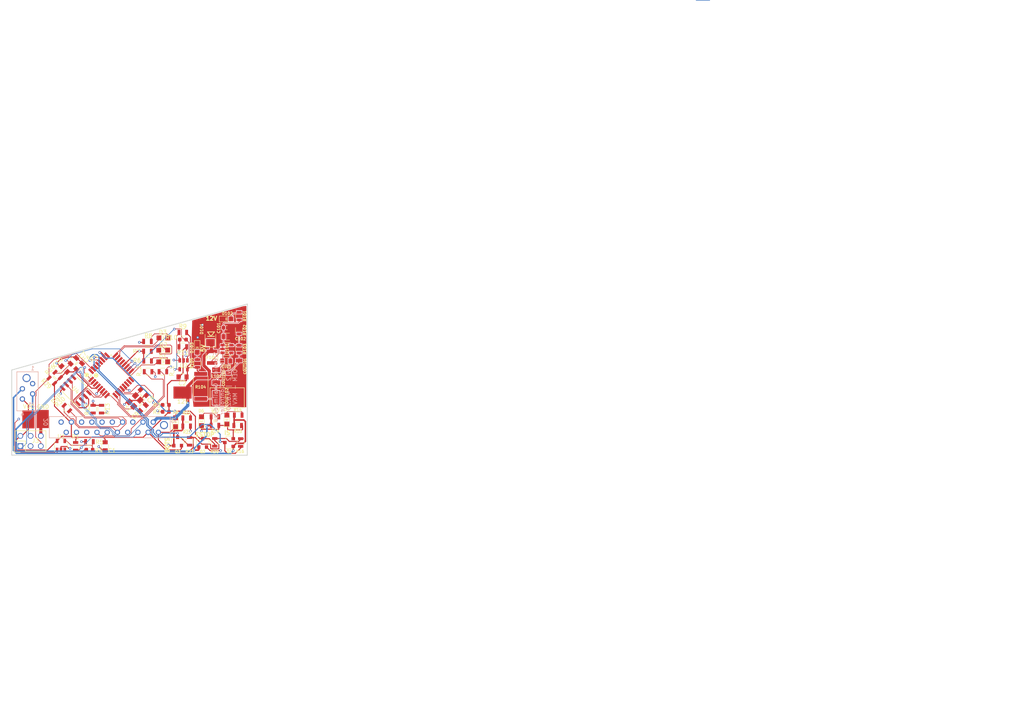
<source format=kicad_pcb>
(kicad_pcb (version 20211014) (generator pcbnew)
  (layers (0 "F.Cu" signal) (1 "In1.Cu" signal) (2 "In2.Cu" signal) (31 "B.Cu" signal) (34 "B.Paste" user) (35 "F.Paste" user) (36 "B.SilkS" user "B.Silkscreen") (37 "F.SilkS" user "F.Silkscreen") (38 "B.Mask" user) (39 "F.Mask" user) (44 "Edge.Cuts" user))
  (net 0 "")
  (net 1 "GND")
  (net 2 "VCC")
  (net 3 "Net-(C101-Pad1)")
  (net 4 "Net-(C103-Pad2)")
  (net 5 "Net-(C103-Pad1)")
  (net 6 "Net-(COUT101-Pad1)")
  (net 7 "Net-(D102-Pad2)")
  (net 8 "Net-(D103-Pad2)")
  (net 9 "Net-(R102-Pad1)")
  (net 10 "Net-(C7-Pad1)")
  (net 11 "Net-(C8-Pad1)")
  (net 12 "Net-(C9-Pad1)")
  (net 13 "Net-(D1-Pad1)")
  (net 14 "/PROGRAMMINGLED1")
  (net 15 "Net-(D2-Pad1)")
  (net 16 "/PROGRAMMINGLED2")
  (net 17 "/PROGRAMMINGLED3")
  (net 18 "Net-(D3-Pad1)")
  (net 19 "Net-(D4-Pad2)")
  (net 20 "+12V")
  (net 21 "Net-(D6-Pad2)")
  (net 22 "Net-(D8-Pad2)")
  (net 23 "/MISO")
  (net 24 "/MOSI")
  (net 25 "Net-(IC1-Pad3)")
  (net 26 "/TXCAN")
  (net 27 "/RXCAN")
  (net 28 "Net-(IC1-Pad8)")
  (net 29 "Net-(IC1-Pad9)")
  (net 30 "/SCK")
  (net 31 "/DRIVE_MODE_SENSE")
  (net 32 "Net-(IC1-Pad14)")
  (net 33 "Net-(IC1-Pad15)")
  (net 34 "Net-(IC1-Pad16)")
  (net 35 "/THROTTLE1SENSING")
  (net 36 "/THROTTLE2SENSING")
  (net 37 "Net-(IC1-Pad21)")
  (net 38 "Net-(IC1-Pad25)")
  (net 39 "/SS_ESTOP_OUT")
  (net 40 "/SS_INERTIA_OUT")
  (net 41 "/SS_BOTS_OUT")
  (net 42 "Net-(IC1-Pad29)")
  (net 43 "Net-(IC1-Pad30)")
  (net 44 "/RESET")
  (net 45 "Net-(IC1-Pad32)")
  (net 46 "/SS_COCKPIT_ESTOP")
  (net 47 "/SS_BOTS")
  (net 48 "/SS_INERTIA_SWITCH")
  (net 49 "/CANH")
  (net 50 "/CANL")
  (net 51 "Net-(J2-Pad10)")
  (net 52 "/THROTTLE1_RIGHT_SENSE")
  (net 53 "Net-(J2-Pad13)")
  (net 54 "/THROTTLE2_LEFT_SENSE")
  (net 55 "/LED1")
  (net 56 "/LED2")
  (net 57 "Net-(R4-Pad2)")
  (net 58 "Net-(R10-Pad2)")
  (net 59 "Net-(U4-Pad5)")
  (net 60 "/GND_DRIVEMODE")
  (net 61 "/RJ45_LEDO")
  (net 62 "/RJ45_LEDG")
  (footprint "footprints:C_0805_OEM" (layer "F.Cu") (at 202.175 81.975 -45)
    (fp_text reference "C8")
    (fp_text value "C_30pF" hide)
  )
  (footprint "footprints:C_0805_OEM" (layer "F.Cu") (at 202.025 85.85 45)
    (fp_text reference "C9")
    (fp_text value "C_30pF" hide)
  )
  (footprint "footprints:C_0805_OEM" (layer "F.Cu") (at 182.525 76.2 135)
    (fp_text reference "C10")
    (fp_text value "C_0.1uF" hide)
  )
  (footprint "footprints:LED_0805_OEM" (layer "F.Cu") (at 207.05 74.4 180)
    (fp_text reference "D1")
    (fp_text value "LED_0805" hide)
  )
  (footprint "footprints:LED_0805_OEM" (layer "F.Cu") (at 207.05 71.5 180)
    (fp_text reference "D2")
    (fp_text value "LED_0805" hide)
  )
  (footprint "footprints:LED_0805_OEM" (layer "F.Cu") (at 207.1 68.45 180)
    (fp_text reference "D3")
    (fp_text value "LED_0805" hide)
  )
  (footprint "footprints:LED_0805_OEM" (layer "F.Cu") (at 222.859 88.736 90)
    (fp_text reference "D4")
    (fp_text value "LED_0805" hide)
  )
  (footprint "footprints:LED_0805_OEM" (layer "F.Cu") (at 216.55 89.146 90)
    (fp_text reference "D6")
    (fp_text value "LED_0805" hide)
  )
  (footprint "footprints:LED_0805_OEM" (layer "F.Cu") (at 210.125 89.4 90)
    (fp_text reference "D8")
    (fp_text value "LED_0805" hide)
  )
  (footprint "footprints:TQFP-32_7x7mm_Pitch0.8mm" (layer "F.Cu") (at 194.15 77.75 45)
    (fp_text reference "IC1")
    (fp_text value "ATMEGA16M1" hide)
  )
  (footprint "footprints:SOT-23F" (layer "F.Cu") (at 223.389 94.431 180)
    (fp_text reference "Q1")
    (fp_text value "SSM3K333R" hide)
  )
  (footprint "footprints:SOT-23F" (layer "F.Cu") (at 216.843 94.516 90)
    (fp_text reference "Q2")
    (fp_text value "SSM3K333R" hide)
  )
  (footprint "footprints:SOT-23F" (layer "F.Cu") (at 210.639 94.161 90)
    (fp_text reference "Q3")
    (fp_text value "SSM3K333R" hide)
  )
  (footprint "footprints:R_0603_1608Metric" (layer "F.Cu") (at 207.7 86.8)
    (fp_text reference "R2")
    (fp_text value "R_0")
  )
  (footprint "footprints:R_0805_OEM" (layer "F.Cu") (at 203.184 74.196 180)
    (fp_text reference "R6")
    (fp_text value "R_200" hide)
  )
  (footprint "footprints:R_0805_OEM" (layer "F.Cu") (at 203.15 71.775 180)
    (fp_text reference "R7")
    (fp_text value "R_200" hide)
  )
  (footprint "footprints:R_0805_OEM" (layer "F.Cu") (at 203.15 69.35 180)
    (fp_text reference "R8")
    (fp_text value "R_200" hide)
  )
  (footprint "footprints:R_0805_OEM" (layer "F.Cu") (at 211.918 67.096 180)
    (fp_text reference "R9")
    (fp_text value "R_1M" hide)
  )
  (footprint "footprints:R_0805_OEM" (layer "F.Cu") (at 225.664 87.631)
    (fp_text reference "R14")
    (fp_text value "R_1k" hide)
  )
  (footprint "footprints:R_0805_OEM" (layer "F.Cu") (at 225.525 90.225)
    (fp_text reference "R15")
    (fp_text value "R_100k" hide)
  )
  (footprint "footprints:R_0805_OEM" (layer "F.Cu") (at 226.275 94.431 -90)
    (fp_text reference "R16")
    (fp_text value "R_10k" hide)
  )
  (footprint "footprints:R_0805_OEM" (layer "F.Cu") (at 219.893 88.041)
    (fp_text reference "R17")
    (fp_text value "R_1k" hide)
  )
  (footprint "footprints:R_0805_OEM" (layer "F.Cu") (at 219.893 90.191)
    (fp_text reference "R19")
    (fp_text value "R_100k" hide)
  )
  (footprint "footprints:R_0805_OEM" (layer "F.Cu") (at 219.843 94.391 -90)
    (fp_text reference "R20")
    (fp_text value "R_10k" hide)
  )
  (footprint "footprints:R_0805_OEM" (layer "F.Cu") (at 212.875 88.35)
    (fp_text reference "R21")
    (fp_text value "R_1k" hide)
  )
  (footprint "footprints:R_0805_OEM" (layer "F.Cu") (at 212.864 90.361)
    (fp_text reference "R22")
    (fp_text value "R_100k" hide)
  )
  (footprint "footprints:R_0805_OEM" (layer "F.Cu") (at 213.589 94.136 -90)
    (fp_text reference "R23")
    (fp_text value "R_10k" hide)
  )
  (footprint "footprints:R_0805_OEM" (layer "F.Cu") (at 183.15 85.875 135)
    (fp_text reference "R30")
    (fp_text value "R_120 DNP" hide)
  )
  (footprint "footprints:R_0805_OEM" (layer "F.Cu") (at 206.975 76.85 180)
    (fp_text reference "R_1")
    (fp_text value "R_200" hide)
  )
  (footprint "footprints:R_0805_OEM" (layer "F.Cu") (at 203.3 76.85 180)
    (fp_text reference "R_2")
    (fp_text value "R_200" hide)
  )
  (footprint "footprints:SOIC-8_3.9x4.9mm_Pitch1.27mm_OEM" (layer "F.Cu") (at 185.35 81.5 135)
    (fp_text reference "U4")
    (fp_text value "CAN_Transceiver" hide)
  )
  (footprint "footprints:Crystal_SMD_FA238" (layer "F.Cu") (at 199.95 84.125 -135)
    (fp_text reference "Y1")
    (fp_text value "Crystal_SMD" hide)
  )
  (footprint "footprints:C_0805_OEM" (layer "F.Cu") (at 222.725 74.2)
    (fp_text reference "C103")
    (fp_text value "C_0.1uF" hide)
  )
  (footprint "footprints:Fuse_1812" (layer "F.Cu") (at 220.17 83.35)
    (fp_text reference "COUT102")
    (fp_text value "C_33uF" hide)
  )
  (footprint "footprints:R_0805_OEM" (layer "F.Cu") (at 215.55 74.8 90)
    (fp_text reference "R105")
    (fp_text value "R_200" hide)
  )
  (footprint "footprints:LED_0805_OEM" (layer "F.Cu") (at 215.5 70.925 -90)
    (fp_text reference "D103")
    (fp_text value "LED_0805" hide)
  )
  (footprint "footprints:R_0805_OEM" (layer "F.Cu") (at 225.9 63.05 90)
    (fp_text reference "R101")
    (fp_text value "R_200" hide)
  )
  (footprint "footprints:LED_0805_OEM" (layer "F.Cu") (at 222.775 63.75)
    (fp_text reference "D102")
    (fp_text value "LED_0805" hide)
  )
  (footprint "footprints:DO-214AA" (layer "F.Cu") (at 218.775 67.575 90)
    (fp_text reference "D101")
    (fp_text value "D_Zener_18V" hide)
  )
  (footprint "footprints:C_0805_OEM" (layer "F.Cu") (at 223.275 78.175 -90)
    (fp_text reference "COUT103")
    (fp_text value "C_47uF" hide)
  )
  (footprint "footprints:C_1206_OEM" (layer "F.Cu") (at 225.85 75.575 -90)
    (fp_text reference "COUT101")
    (fp_text value "C_22uF" hide)
  )
  (footprint "footprints:SOT-23-6_OEM" (layer "F.Cu") (at 222.875 71.2 180)
    (fp_text reference "U101")
    (fp_text value "TPS560430YF" hide)
  )
  (footprint "footprints:R_2512_OEM" (layer "F.Cu") (at 216.35 80.5 90)
    (fp_text reference "R104")
    (fp_text value "R_0_2512" hide)
  )
  (footprint "footprints:R_0805_OEM" (layer "F.Cu") (at 225.875 66.5 90)
    (fp_text reference "R102")
    (fp_text value "R_25K" hide)
  )
  (footprint "footprints:R_0805_OEM" (layer "F.Cu") (at 225.9 71.25 90)
    (fp_text reference "R103")
    (fp_text value "R_100K" hide)
  )
  (footprint "footprints:L_100uH" (layer "F.Cu") (at 220.2 77.975 -90)
    (fp_text reference "L101")
    (fp_text value "L_100uH" hide)
  )
  (footprint "footprints:Fuse_1210" (layer "F.Cu") (at 219.175 73.225 90)
    (fp_text reference "F101")
    (fp_text value "F_500mA_16V" hide)
  )
  (footprint "footprints:C_0603_1608Metric" (layer "F.Cu") (at 222.8 65.925)
    (fp_text reference "C101")
    (fp_text value "C_0.1uF" hide)
  )
  (footprint "footprints:C_0805_OEM" (layer "F.Cu") (at 223.025 68.125)
    (fp_text reference "C102")
    (fp_text value "C_2.2uF" hide)
  )
  (footprint "footprints:SOT-23-5_OEM" (layer "F.Cu") (at 212.106 75.14 -90)
    (fp_text reference "U2")
    (fp_text value "MCP6001" hide)
  )
  (footprint "footprints:SOT-23-5_OEM" (layer "F.Cu") (at 181.683 95.14 90)
    (fp_text reference "U1")
    (fp_text value "MCP6001" hide)
  )
  (footprint "footprints:R_0805_OEM" (layer "F.Cu") (at 179.4 79.1 135)
    (fp_text reference "R29")
    (fp_text value "R_10k" hide)
  )
  (footprint "footprints:R_0805_OEM" (layer "F.Cu") (at 180.878249 77.653249 135)
    (fp_text reference "R26")
    (fp_text value "R_100" hide)
  )
  (footprint "footprints:R_0805_OEM" (layer "F.Cu") (at 211.918 70.652)
    (fp_text reference "R11")
    (fp_text value "R_2.2k" hide)
  )
  (footprint "footprints:R_0603_1608Metric" (layer "F.Cu") (at 211.9435 68.874 180)
    (fp_text reference "R10")
    (fp_text value "R_0")
  )
  (footprint "footprints:R_0805_OEM" (layer "F.Cu") (at 188.75 94.225 180)
    (fp_text reference "R5")
    (fp_text value "R_2.2k" hide)
  )
  (footprint "footprints:R_0603_1608Metric" (layer "F.Cu") (at 188.7625 96.225)
    (fp_text reference "R4")
    (fp_text value "R_0")
  )
  (footprint "footprints:R_0805_OEM" (layer "F.Cu") (at 185.325 95.375 -90)
    (fp_text reference "R1")
    (fp_text value "R_1M" hide)
  )
  (footprint "footprints:Pin_Header_Straight_2x03" (layer "F.Cu") (at 171.6 95.325 90)
    (fp_text reference "J3")
    (fp_text value "CONN_02X03" hide)
  )
  (footprint "footprints:C_0805_OEM" (layer "F.Cu") (at 184.775 74.15 45)
    (fp_text reference "C7")
    (fp_text value "C_100pF" hide)
  )
  (footprint "footprints:C_0805_OEM" (layer "F.Cu") (at 186.2 75.5 45)
    (fp_text reference "C6")
    (fp_text value "C_0.1uF" hide)
  )
  (footprint "footprints:C_0805_OEM" (layer "F.Cu") (at 211.85 78.15)
    (fp_text reference "C2")
    (fp_text value "C_0.1uF" hide)
  )
  (footprint "footprints:C_0805_OEM" (layer "F.Cu") (at 192.65 95.375 90)
    (fp_text reference "C1")
    (fp_text value "C_0.1uF" hide)
  )
  (footprint "footprints:R_0603_1608Metric" (layer "F.Cu") (at 207.7 85.1 180)
    (fp_text reference "R3")
    (fp_text value "R_0")
  )
  (footprint "footprints:R_0805_OEM" (layer "F.Cu") (at 189.65 86.15 -90)
    (fp_text reference "R12")
    (fp_text value "R_22K" hide)
  )
  (footprint "footprints:R_0805_OEM" (layer "F.Cu") (at 191.75 86.15 90)
    (fp_text reference "R13")
    (fp_text value "R_22K" hide)
  )
  (footprint "footprints:Test_Point_SMD" (layer "F.Cu") (at 211.85 82.025)
    (fp_text reference "12V")
    (fp_text value "TP" hide)
  )
  (footprint "footprints:Test_Point_SMD" (layer "F.Cu") (at 173.6 88.675 -90)
    (fp_text reference "VCC")
    (fp_text value "TP" hide)
  )
  (footprint "footprints:Test_Point_SMD" (layer "F.Cu") (at 177.15 88.6 90)
    (fp_text reference "GND")
    (fp_text value "TP" hide)
  )
  (footprint "" (layer "F.Cu") (at 209.025 75.5)
    (fp_text reference "")
    (fp_text value "")
  )
  (footprint "" (layer "F.Cu") (at 210 79.1)
    (fp_text reference "")
    (fp_text value "")
  )
  (footprint "" (layer "F.Cu") (at 209.4 75.175)
    (fp_text reference "")
    (fp_text value "")
  )
  (footprint "footprints:micromatch_female_vert_4" (layer "B.Cu") (at 174.65 84.9 180)
    (fp_text reference "J1")
    (fp_text value "micromatch_female_TOP_ENTRY_locking_4" hide)
  )
  (footprint "footprints:micromatch_female_vert_20" (layer "B.Cu") (at 200.775 91.9 90)
    (fp_text reference "J2")
    (fp_text value "micromatch_female_TOP_ENTRY_locking_20" hide)
  )
  (gr_line (start 227.9396 60.0456) (end 169.4688 76.4286) (layer "Edge.Cuts") (width 0.2))
  (gr_line (start 169.4688 76.4286) (end 169.4688 97.5614) (layer "Edge.Cuts") (width 0.2))
  (gr_line (start 169.4688 97.5614) (end 227.9142 97.5868) (layer "Edge.Cuts") (width 0.2))
  (gr_line (start 227.9142 97.5868) (end 227.9396 60.0456) (layer "Edge.Cuts") (width 0.2))
  (gr_text "Sreenidhi Chalimadugu\nThrottle Controller\nRev 2 | 4.6.20\nOEM - MKV" (at 222.475 80.625 90) (layer "B.SilkS") (effects (font (size 1 1)) (justify mirror)))
  (gr_text "12V" (at 219.025 63.625) (layer "F.SilkS") (effects (font (size 1 1) (thickness 0.25))))
  (gr_text "ESTOP" (at 217.4 92.475) (layer "F.SilkS") (effects (font (size 1 1) (thickness 0.25))))
  (gr_text "DNP" (at 180.6 83.525 45) (layer "F.SilkS") (effects (font (size 1 1))))
  (gr_text "5V" (at 217.025 71.025 90) (layer "F.SilkS") (effects (font (size 1 1) (thickness 0.25))))
  (gr_text "IS" (at 222.95 92.025) (layer "F.SilkS") (effects (font (size 1 1) (thickness 0.25))))
  (gr_text "BOTS" (at 208.075 95.1 90) (layer "F.SilkS") (effects (font (size 1 1) (thickness 0.25))))
  (segment (start 339.3 -15.375) (end 342.675 -15.375) (width 0.1524) (layer "B.Cu") (net 0))
  (segment (start 183.553032 73.192893) (end 185.407107 73.192893) (width 0.254) (layer "F.Cu") (net 1))
  (segment (start 180.625 74.7) (end 181.579002 73.745998) (width 0.254) (layer "F.Cu") (net 1))
  (segment (start 226.599 91.3) (end 226.764 91.135) (width 0.254) (layer "F.Cu") (net 1))
  (segment (start 202.2 71.775) (end 202.2 74.162) (width 0.254) (layer "F.Cu") (net 1))
  (segment (start 181.6 81.631623) (end 181.6 82.3) (width 0.254) (layer "F.Cu") (net 1))
  (segment (start 201.293503 83.912868) (end 201.502082 83.912868) (width 0.254) (layer "F.Cu") (net 1))
  (segment (start 211.325 77.8) (end 211.975 77.15) (width 0.254) (layer "F.Cu") (net 1))
  (segment (start 223.5875 67.6875) (end 224.025 68.125) (width 0.254) (layer "F.Cu") (net 1))
  (segment (start 181.683 96.24) (end 181.683 95.456) (width 0.254) (layer "F.Cu") (net 1))
  (segment (start 208.366998 96.266998) (end 205.855 93.755) (width 0.254) (layer "F.Cu") (net 1))
  (segment (start 216.55 91.1) (end 216.581242 91.131242) (width 0.254) (layer "F.Cu") (net 1))
  (segment (start 212.473 70.952) (end 211.925 71.5) (width 0.254) (layer "F.Cu") (net 1))
  (segment (start 198.606497 84.337132) (end 198.037868 84.337132) (width 0.254) (layer "F.Cu") (net 1))
  (segment (start 176.68 89.07) (end 177.15 88.6) (width 0.762) (layer "F.Cu") (net 1))
  (segment (start 201.357 69.576) (end 201.301 69.52) (width 0.1524) (layer "F.Cu") (net 1))
  (segment (start 223.9625 65.55) (end 223.5875 65.925) (width 0.254) (layer "F.Cu") (net 1))
  (segment (start 222.964 90.191) (end 223.034 90.261) (width 0.254) (layer "F.Cu") (net 1))
  (segment (start 185.407107 73.192893) (end 186.757107 74.542893) (width 0.254) (layer "F.Cu") (net 1))
  (segment (start 200.715686 71.75) (end 201.15 71.75) (width 0.254) (layer "F.Cu") (net 1))
  (segment (start 181.579002 73.745998) (end 183.553032 73.192893) (width 0.254) (layer "F.Cu") (net 1))
  (segment (start 192.65 96.375) (end 192 96.375) (width 0.254) (layer "F.Cu") (net 1))
  (segment (start 187.8 92.175) (end 188.075 91.9) (width 0.254) (layer "F.Cu") (net 1))
  (segment (start 211.237002 96.266998) (end 208.366998 96.266998) (width 0.254) (layer "F.Cu") (net 1))
  (segment (start 213.814 91.589) (end 213.825 91.6) (width 0.254) (layer "F.Cu") (net 1))
  (segment (start 223.219 91.3) (end 224.45 91.3) (width 0.254) (layer "F.Cu") (net 1))
  (segment (start 216.55 90.246) (end 216.55 91.55) (width 0.254) (layer "F.Cu") (net 1))
  (segment (start 176.68 92.785) (end 176.68 89.07) (width 0.762) (layer "F.Cu") (net 1))
  (segment (start 183.175599 95.430599) (end 183.645 95.9) (width 0.254) (layer "F.Cu") (net 1))
  (segment (start 218.775 64.4) (end 218.775 65.543) (width 0.254) (layer "F.Cu") (net 1))
  (segment (start 223.034 91.115) (end 223.219 91.3) (width 0.254) (layer "F.Cu") (net 1))
  (segment (start 211.925 73.859) (end 212.106 74.04) (width 0.254) (layer "F.Cu") (net 1))
  (segment (start 218.925 65.243) (end 216.793 65.243) (width 0.254) (layer "F.Cu") (net 1))
  (segment (start 181.817893 75.492893) (end 181.417893 75.492893) (width 0.254) (layer "F.Cu") (net 1))
  (segment (start 197.438047 75.027639) (end 200.715686 71.75) (width 0.254) (layer "F.Cu") (net 1))
  (segment (start 205.855 93.755) (end 205.855 91.9) (width 0.254) (layer "F.Cu") (net 1))
  (segment (start 201.226225 83.980146) (end 201.293503 83.912868) (width 0.254) (layer "F.Cu") (net 1))
  (segment (start 186.885176 83.808201) (end 186.885176 83.874862) (width 0.254) (layer "F.Cu") (net 1))
  (segment (start 223.7 78.959) (end 222.916 78.959) (width 0.254) (layer "F.Cu") (net 1))
  (segment (start 220.806758 91.131242) (end 220.843 91.095) (width 0.254) (layer "F.Cu") (net 1))
  (segment (start 197.213315 75.076963) (end 197.508037 75.076963) (width 0.1524) (layer "F.Cu") (net 1))
  (segment (start 182.093773 81.147038) (end 181.604594 81.636217) (width 0.254) (layer "F.Cu") (net 1))
  (segment (start 211.589 95.211) (end 211.589 95.915) (width 0.254) (layer "F.Cu") (net 1))
  (segment (start 216.793 65.243) (end 216.775 65.225) (width 0.254) (layer "F.Cu") (net 1))
  (segment (start 190.5 82.175) (end 190.5 82.3) (width 0.254) (layer "F.Cu") (net 1))
  (segment (start 181.604594 81.636217) (end 181.6 81.631623) (width 0.254) (layer "F.Cu") (net 1))
  (segment (start 223.034 90.261) (end 223.034 91.115) (width 0.254) (layer "F.Cu") (net 1))
  (segment (start 198.037868 84.337132) (end 197.4 84.975) (width 0.254) (layer "F.Cu") (net 1))
  (segment (start 223.5875 65.925) (end 223.5875 67.6875) (width 0.254) (layer "F.Cu") (net 1))
  (segment (start 224.45 91.3) (end 226.599 91.3) (width 0.254) (layer "F.Cu") (net 1))
  (segment (start 212.868 71.882) (end 212.7 72.05) (width 0.254) (layer "F.Cu") (net 1))
  (segment (start 186.885176 83.874862) (end 187.867657 84.857343) (width 0.254) (layer "F.Cu") (net 1))
  (segment (start 202.524264 82.682107) (end 201.293503 83.912868) (width 0.254) (layer "F.Cu") (net 1))
  (segment (start 219.425 63.75) (end 218.775 64.4) (width 0.254) (layer "F.Cu") (net 1))
  (segment (start 187.8 94.225) (end 186.85 94.225) (width 0.254) (layer "F.Cu") (net 1))
  (segment (start 211.589 95.915) (end 211.237002 96.266998) (width 0.254) (layer "F.Cu") (net 1))
  (segment (start 220.843 91.095) (end 220.843 90.191) (width 0.254) (layer "F.Cu") (net 1))
  (segment (start 181.708401 95.430599) (end 183.175599 95.430599) (width 0.254) (layer "F.Cu") (net 1))
  (segment (start 212.868 70.952) (end 212.473 70.952) (width 0.254) (layer "F.Cu") (net 1))
  (segment (start 212.868 70.652) (end 212.868 71.882) (width 0.254) (layer "F.Cu") (net 1))
  (segment (start 191.427639 81.247361) (end 190.5 82.175) (width 0.254) (layer "F.Cu") (net 1))
  (segment (start 222.954 90.341) (end 223.034 90.261) (width 0.254) (layer "F.Cu") (net 1))
  (segment (start 225.875 65.55) (end 223.9625 65.55) (width 0.254) (layer "F.Cu") (net 1))
  (segment (start 226.764 91.135) (end 226.764 90.231) (width 0.254) (layer "F.Cu") (net 1))
  (segment (start 181.39 89.36) (end 181.725 89.36) (width 0.254) (layer "F.Cu") (net 1))
  (segment (start 221.675 63.75) (end 219.425 63.75) (width 0.254) (layer "F.Cu") (net 1))
  (segment (start 208.725 91.9) (end 210.125 90.5) (width 0.254) (layer "F.Cu") (net 1))
  (segment (start 201.502082 83.912868) (end 202.732107 85.142893) (width 0.254) (layer "F.Cu") (net 1))
  (segment (start 182.093773 80.93785) (end 182.093773 81.147038) (width 0.254) (layer "F.Cu") (net 1))
  (segment (start 216.581242 91.131242) (end 220.806758 91.131242) (width 0.254) (layer "F.Cu") (net 1))
  (segment (start 215.6 69.725) (end 215.6 68.45) (width 0.254) (layer "F.Cu") (net 1))
  (segment (start 211.975 77.15) (end 211.975 74.171) (width 0.254) (layer "F.Cu") (net 1))
  (segment (start 211.325 78.225) (end 211.325 77.8) (width 0.254) (layer "F.Cu") (net 1))
  (segment (start 186.885176 83.808201) (end 186.933201 83.808201) (width 0.254) (layer "F.Cu") (net 1))
  (segment (start 224.439 93.481) (end 224.439 91.311) (width 0.254) (layer "F.Cu") (net 1))
  (segment (start 213.814 90.361) (end 213.814 91.589) (width 0.254) (layer "F.Cu") (net 1))
  (segment (start 216.55 90.246) (end 216.55 91.1) (width 0.254) (layer "F.Cu") (net 1))
  (segment (start 216.55 91.55) (end 216.525 91.575) (width 0.254) (layer "F.Cu") (net 1))
  (segment (start 188.425 92.25) (end 188.075 91.9) (width 0.254) (layer "F.Cu") (net 1))
  (segment (start 192 96.375) (end 191.075 95.45) (width 0.254) (layer "F.Cu") (net 1))
  (segment (start 198.963483 83.980146) (end 201.226225 83.980146) (width 0.254) (layer "F.Cu") (net 1))
  (segment (start 217.793 95.566) (end 217.816 95.566) (width 0.254) (layer "F.Cu") (net 1))
  (segment (start 189.65 85.2) (end 189.65 84.15) (width 0.254) (layer "F.Cu") (net 1))
  (segment (start 202.109 69.576) (end 201.207 69.576) (width 0.254) (layer "F.Cu") (net 1))
  (segment (start 191.427639 81.038047) (end 191.427639 81.247361) (width 0.254) (layer "F.Cu") (net 1))
  (segment (start 202.882107 82.682107) (end 202.524264 82.682107) (width 0.254) (layer "F.Cu") (net 1))
  (segment (start 211.925 71.5) (end 211.925 73.859) (width 0.254) (layer "F.Cu") (net 1))
  (segment (start 189.65 85.2) (end 191.41525 85.2) (width 0.254) (layer "F.Cu") (net 1))
  (segment (start 198.606497 84.337132) (end 198.963483 83.980146) (width 0.254) (layer "F.Cu") (net 1))
  (segment (start 202.129 71.761) (end 201.249 71.761) (width 0.254) (layer "F.Cu") (net 1))
  (segment (start 224.439 91.311) (end 224.45 91.3) (width 0.254) (layer "F.Cu") (net 1))
  (segment (start 191.202907 81.087371) (end 191.217629 81.087371) (width 0.1524) (layer "F.Cu") (net 1))
  (segment (start 211.975 74.171) (end 212.106 74.04) (width 0.254) (layer "F.Cu") (net 1))
  (segment (start 218.7 96.45) (end 221.3 96.45) (width 0.254) (layer "F.Cu") (net 1))
  (segment (start 202.2 74.162) (end 202.234 74.196) (width 0.254) (layer "F.Cu") (net 1))
  (segment (start 181.417893 75.492893) (end 180.625 74.7) (width 0.254) (layer "F.Cu") (net 1))
  (segment (start 217.816 95.566) (end 218.7 96.45) (width 0.254) (layer "F.Cu") (net 1))
  (segment (start 212.868 70.652) (end 212.868 70.952) (width 0.1524) (layer "F.Cu") (net 1))
  (segment (start 205.855 91.9) (end 208.725 91.9) (width 0.254) (layer "F.Cu") (net 1))
  (segment (start 202.234 74.196) (end 202.234 73.896) (width 0.254) (layer "F.Cu") (net 1))
  (segment (start 220.843 90.191) (end 222.964 90.191) (width 0.254) (layer "F.Cu") (net 1))
  (via (at 216.525 91.575) (size 0.6096) (drill 0.3048) (layers "F.Cu" "B.Cu") (net 1))
  (via (at 221.3 96.45) (size 0.6096) (drill 0.3048) (layers "F.Cu" "B.Cu") (net 1))
  (via (at 197.4 84.975) (size 0.6096) (drill 0.3048) (layers "F.Cu" "B.Cu") (net 1))
  (via (at 189.65 84.15) (size 0.6096) (drill 0.3048) (layers "F.Cu" "B.Cu") (net 1))
  (via (at 201.125 69.55) (size 0.6096) (drill 0.3048) (layers "F.Cu" "B.Cu") (net 1))
  (via (at 201.15 71.75) (size 0.6096) (drill 0.3048) (layers "F.Cu" "B.Cu") (net 1))
  (via (at 215.6 68.35) (size 0.6096) (drill 0.3048) (layers "F.Cu" "B.Cu") (net 1))
  (via (at 191.075 95.45) (size 0.6096) (drill 0.3048) (layers "F.Cu" "B.Cu") (net 1))
  (via (at 216.775 65.225) (size 0.6096) (drill 0.3048) (layers "F.Cu" "B.Cu") (net 1))
  (via (at 183.925 95.9) (size 0.6096) (drill 0.3048) (layers "F.Cu" "B.Cu") (net 1))
  (via (at 180.625 74.7) (size 0.6096) (drill 0.3048) (layers "F.Cu" "B.Cu") (net 1))
  (via (at 187.867657 84.857343) (size 0.6096) (drill 0.3048) (layers "F.Cu" "B.Cu") (net 1))
  (via (at 186.775 94.225) (size 0.6096) (drill 0.3048) (layers "F.Cu" "B.Cu") (net 1))
  (via (at 181.6 82.3) (size 0.6096) (drill 0.3048) (layers "F.Cu" "B.Cu") (net 1))
  (via (at 212.7 71.975) (size 0.6096) (drill 0.3048) (layers "F.Cu" "B.Cu") (net 1))
  (via (at 213.825 91.6) (size 0.6096) (drill 0.3048) (layers "F.Cu" "B.Cu") (net 1))
  (via (at 190.5 82.3) (size 0.6096) (drill 0.3048) (layers "F.Cu" "B.Cu") (net 1))
  (segment (start 213.589 93.186) (end 214.493 93.186) (width 0.254) (layer "F.Cu") (net 2))
  (segment (start 184.265 92.911) (end 184.479 93.125) (width 0.254) (layer "F.Cu") (net 2))
  (segment (start 184.265 89.36) (end 184.265 92.911) (width 0.254) (layer "F.Cu") (net 2))
  (segment (start 181.55 78.325) (end 181.518502 78.325) (width 0.254) (layer "F.Cu") (net 2))
  (segment (start 220.851 96.009) (end 220.851 94.9514) (width 0.254) (layer "F.Cu") (net 2))
  (segment (start 212.824599 79.054401) (end 212.85 79.029) (width 0.254) (layer "F.Cu") (net 2))
  (segment (start 170.676479 96.304401) (end 178.352599 96.304401) (width 0.254) (layer "F.Cu") (net 2))
  (segment (start 203.964999 92.549999) (end 203.315 91.9) (width 0.254) (layer "F.Cu") (net 2))
  (segment (start 192.65 94.375) (end 192.65 93.621) (width 0.254) (layer "F.Cu") (net 2))
  (segment (start 188.447091 80.25) (end 184.8726 83.824491) (width 0.254) (layer "F.Cu") (net 2))
  (segment (start 188.45 80.25) (end 188.447091 80.25) (width 0.254) (layer "F.Cu") (net 2))
  (segment (start 180.075 85.408) (end 180.075 79.775) (width 0.254) (layer "F.Cu") (net 2))
  (segment (start 170.620599 96.248521) (end 170.676479 96.304401) (width 0.254) (layer "F.Cu") (net 2))
  (segment (start 181.862 92.911) (end 184.265 92.911) (width 0.254) (layer "F.Cu") (net 2))
  (segment (start 215.425 75.825) (end 215.5 75.75) (width 0.254) (layer "F.Cu") (net 2))
  (segment (start 213.802212 68.218212) (end 212.868 67.284) (width 0.254) (layer "F.Cu") (net 2))
  (segment (start 208.088409 96.673409) (end 203.964999 92.549999) (width 0.254) (layer "F.Cu") (net 2))
  (segment (start 213.056 76.445) (end 213.056 76.24) (width 0.254) (layer "F.Cu") (net 2))
  (segment (start 208.4875 85.1) (end 208.1 84.7125) (width 0.254) (layer "F.Cu") (net 2))
  (segment (start 182.967893 76.907107) (end 181.55 78.325) (width 0.254) (layer "F.Cu") (net 2))
  (segment (start 213.056 75.5576) (end 213.802212 74.811388) (width 0.254) (layer "F.Cu") (net 2))
  (segment (start 213.589 93.186) (end 214.98 93.186) (width 0.254) (layer "F.Cu") (net 2))
  (segment (start 202.080788 93.134211) (end 192.484211 93.134211) (width 0.254) (layer "F.Cu") (net 2))
  (segment (start 203.315 91.9) (end 202.080788 93.134211) (width 0.254) (layer "F.Cu") (net 2))
  (segment (start 216.630599 94.836599) (end 218.662599 94.836599) (width 0.254) (layer "F.Cu") (net 2))
  (segment (start 185.492893 77.170801) (end 185.492893 76.914214) (width 0.254) (layer "F.Cu") (net 2))
  (segment (start 183.232107 76.907107) (end 182.967893 76.907107) (width 0.254) (layer "F.Cu") (net 2))
  (segment (start 188.572092 80.25) (end 189.268318 80.946226) (width 0.254) (layer "F.Cu") (net 2))
  (segment (start 171.6 92.785) (end 170.620599 93.764401) (width 0.254) (layer "F.Cu") (net 2))
  (segment (start 223.457401 94.160401) (end 225.789599 94.160401) (width 0.254) (layer "F.Cu") (net 2))
  (segment (start 188.55 83.676975) (end 187.783201 82.910176) (width 0.254) (layer "F.Cu") (net 2))
  (segment (start 209.095599 79.054401) (end 212.824599 79.054401) (width 0.254) (layer "F.Cu") (net 2))
  (segment (start 173.6 85.12) (end 172.11 83.63) (width 0.254) (layer "F.Cu") (net 2))
  (segment (start 185.492893 76.207107) (end 184.792893 76.907107) (width 0.254) (layer "F.Cu") (net 2))
  (segment (start 226.929 93.481) (end 226.489 93.481) (width 0.254) (layer "F.Cu") (net 2))
  (segment (start 213.056 76.24) (end 213.056 75.5576) (width 0.254) (layer "F.Cu") (net 2))
  (segment (start 189.268318 80.946226) (end 190.388088 80.946226) (width 0.254) (layer "F.Cu") (net 2))
  (segment (start 192.559211 93.134211) (end 192.409211 93.134211) (width 0.254) (layer "F.Cu") (net 2))
  (segment (start 184.479 93.125) (end 186.002578 93.125) (width 0.254) (layer "F.Cu") (net 2))
  (segment (start 214.98 93.186) (end 216.630599 94.836599) (width 0.254) (layer "F.Cu") (net 2))
  (segment (start 213.802212 74.811388) (end 213.802212 68.218212) (width 0.254) (layer "F.Cu") (net 2))
  (segment (start 171.9 83.84) (end 172.11 83.63) (width 0.254) (layer "F.Cu") (net 2))
  (segment (start 173.6 88.675) (end 173.6 91.179) (width 0.254) (layer "F.Cu") (net 2))
  (segment (start 212.868 67.284) (end 212.868 67.096) (width 0.254) (layer "F.Cu") (net 2))
  (segment (start 186.132288 85.795777) (end 187.793841 85.795777) (width 0.254) (layer "F.Cu") (net 2))
  (segment (start 185.35 93.625) (end 185.35 94.6) (width 0.254) (layer "F.Cu") (net 2))
  (segment (start 213.056 76.24) (end 213.056 76.169) (width 0.254) (layer "F.Cu") (net 2))
  (segment (start 208.1 84.7125) (end 208.1 80.05) (width 0.254) (layer "F.Cu") (net 2))
  (segment (start 192.484211 93.134211) (end 192.409211 93.134211) (width 0.254) (layer "F.Cu") (net 2))
  (segment (start 203.315 91.9) (end 203.964999 91.250001) (width 0.254) (layer "F.Cu") (net 2))
  (segment (start 190.637221 80.521685) (end 191.273616 79.88529) (width 0.1524) (layer "F.Cu") (net 2))
  (segment (start 192.409211 93.134211) (end 191.859211 93.134211) (width 0.254) (layer "F.Cu") (net 2))
  (segment (start 181.518502 78.325) (end 180.071751 79.771751) (width 0.254) (layer "F.Cu") (net 2))
  (segment (start 184.485 89.36) (end 184.265 89.36) (width 0.254) (layer "F.Cu") (net 2))
  (segment (start 180.075 79.775) (end 180.071751 79.771751) (width 0.254) (layer "F.Cu") (net 2))
  (segment (start 180.733 94.04) (end 181.862 92.911) (width 0.254) (layer "F.Cu") (net 2))
  (segment (start 185.840789 93.134211) (end 185.35 93.625) (width 0.254) (layer "F.Cu") (net 2))
  (segment (start 214.493 93.186) (end 214.518401 93.211401) (width 0.254) (layer "F.Cu") (net 2))
  (segment (start 213.056 76.24) (end 213.321 75.975) (width 0.254) (layer "F.Cu") (net 2))
  (segment (start 213.056 76.44) (end 213.056 77.944) (width 0.254) (layer "F.Cu") (net 2))
  (segment (start 191.859211 93.134211) (end 186.011789 93.134211) (width 0.254) (layer "F.Cu") (net 2))
  (segment (start 218.819 95.873881) (end 218.954119 96.009) (width 0.254) (layer "F.Cu") (net 2))
  (segment (start 178.352599 96.304401) (end 180.617 94.04) (width 0.254) (layer "F.Cu") (net 2))
  (segment (start 192.788211 93.134211) (end 192.484211 93.134211) (width 0.254) (layer "F.Cu") (net 2))
  (segment (start 192.163211 93.134211) (end 191.859211 93.134211) (width 0.254) (layer "F.Cu") (net 2))
  (segment (start 173.6 91.179) (end 171.994 92.785) (width 0.254) (layer "F.Cu") (net 2))
  (segment (start 213.066 76.25) (end 213.056 76.24) (width 0.254) (layer "F.Cu") (net 2))
  (segment (start 208.4875 85.1) (end 208.4875 86.8) (width 0.254) (layer "F.Cu") (net 2))
  (segment (start 213.4 75.825) (end 215.425 75.825) (width 0.254) (layer "F.Cu") (net 2))
  (segment (start 222.741 93.441) (end 222.825 93.525) (width 0.254) (layer "F.Cu") (net 2))
  (segment (start 187.793841 85.795777) (end 188.55 85.039618) (width 0.254) (layer "F.Cu") (net 2))
  (segment (start 219.843 93.9434) (end 219.843 93.441) (width 0.254) (layer "F.Cu") (net 2))
  (segment (start 180.617 94.04) (end 180.733 94.04) (width 0.254) (layer "F.Cu") (net 2))
  (segment (start 219.327 96.009) (end 220.851 96.009) (width 0.254) (layer "F.Cu") (net 2))
  (segment (start 170.620599 93.764401) (end 170.620599 96.248521) (width 0.254) (layer "F.Cu") (net 2))
  (segment (start 188.447091 80.25) (end 188.572092 80.25) (width 0.254) (layer "F.Cu") (net 2))
  (segment (start 208.1 80.05) (end 209.095599 79.054401) (width 0.254) (layer "F.Cu") (net 2))
  (segment (start 184.027 89.36) (end 180.075 85.408) (width 0.254) (layer "F.Cu") (net 2))
  (segment (start 184.265 89.36) (end 184.027 89.36) (width 0.254) (layer "F.Cu") (net 2))
  (segment (start 184.792893 76.907107) (end 183.232107 76.907107) (width 0.254) (layer "F.Cu") (net 2))
  (segment (start 185.492893 76.914214) (end 185.492893 76.207107) (width 0.254) (layer "F.Cu") (net 2))
  (segment (start 218.954119 96.009) (end 219.327 96.009) (width 0.254) (layer "F.Cu") (net 2))
  (segment (start 218.662599 94.836599) (end 218.819 94.993) (width 0.254) (layer "F.Cu") (net 2))
  (segment (start 215.5 76.55) (end 216.35 77.4) (width 0.254) (layer "F.Cu") (net 2))
  (segment (start 214.518401 93.211401) (end 214.518401 95.659521) (width 0.254) (layer "F.Cu") (net 2))
  (segment (start 213.056 77.944) (end 212.85 78.15) (width 0.254) (layer "F.Cu") (net 2))
  (segment (start 222.825 93.525) (end 223.457401 94.160401) (width 0.254) (layer "F.Cu") (net 2))
  (segment (start 188.55 85.039618) (end 188.55 83.676975) (width 0.254) (layer "F.Cu") (net 2))
  (segment (start 186.002578 93.125) (end 186.011789 93.134211) (width 0.254) (layer "F.Cu") (net 2))
  (segment (start 219.843 93.441) (end 222.741 93.441) (width 0.254) (layer "F.Cu") (net 2))
  (segment (start 188.45 80.127908) (end 185.492893 77.170801) (width 0.254) (layer "F.Cu") (net 2))
  (segment (start 214.518401 95.659521) (end 213.504513 96.673409) (width 0.254) (layer "F.Cu") (net 2))
  (segment (start 171.994 92.785) (end 171.6 92.785) (width 0.254) (layer "F.Cu") (net 2))
  (segment (start 218.819 94.993) (end 218.819 95.873881) (width 0.254) (layer "F.Cu") (net 2))
  (segment (start 219.099518 96.009) (end 219.327 96.009) (width 0.254) (layer "F.Cu") (net 2))
  (segment (start 220.851 94.9514) (end 219.843 93.9434) (width 0.254) (layer "F.Cu") (net 2))
  (segment (start 190.388088 80.946226) (end 190.861953 80.472361) (width 0.254) (layer "F.Cu") (net 2))
  (segment (start 184.8726 83.824491) (end 184.8726 84.536089) (width 0.254) (layer "F.Cu") (net 2))
  (segment (start 203.315 91.9) (end 203.561486 91.9) (width 0.254) (layer "F.Cu") (net 2))
  (segment (start 204.037499 91.250001) (end 208.4875 86.8) (width 0.254) (layer "F.Cu") (net 2))
  (segment (start 213.056 76.169) (end 213.4 75.825) (width 0.254) (layer "F.Cu") (net 2))
  (segment (start 212.85 79.029) (end 212.85 78.15) (width 0.254) (layer "F.Cu") (net 2))
  (segment (start 203.964999 91.250001) (end 204.037499 91.250001) (width 0.254) (layer "F.Cu") (net 2))
  (segment (start 226.469 93.481) (end 226.489 93.481) (width 0.254) (layer "F.Cu") (net 2))
  (segment (start 219.843 93.441) (end 219.871 93.469) (width 0.254) (layer "F.Cu") (net 2))
  (segment (start 188.45 80.25) (end 188.45 80.127908) (width 0.254) (layer "F.Cu") (net 2))
  (segment (start 173.6 88.675) (end 173.6 85.12) (width 0.254) (layer "F.Cu") (net 2))
  (segment (start 213.504513 96.673409) (end 208.088409 96.673409) (width 0.254) (layer "F.Cu") (net 2))
  (segment (start 184.8726 84.536089) (end 186.132288 85.795777) (width 0.254) (layer "F.Cu") (net 2))
  (segment (start 215.5 75.75) (end 215.5 76.55) (width 0.254) (layer "F.Cu") (net 2))
  (segment (start 192.65 93.621) (end 192.163211 93.134211) (width 0.254) (layer "F.Cu") (net 2))
  (segment (start 225.789599 94.160401) (end 226.469 93.481) (width 0.254) (layer "F.Cu") (net 2))
  (segment (start 222.025 70) (end 221.775 70.25) (width 0.1524) (layer "F.Cu") (net 3))
  (segment (start 220.966399 72.281201) (end 220.966399 71.276201) (width 0.1524) (layer "F.Cu") (net 3))
  (segment (start 225.6774 64.725) (end 225.9 64.5024) (width 0.1524) (layer "F.Cu") (net 3))
  (segment (start 220.966399 71.276201) (end 221.0426 71.2) (width 0.1524) (layer "F.Cu") (net 3))
  (segment (start 222.025 68.125) (end 222.025 70) (width 0.1524) (layer "F.Cu") (net 3))
  (segment (start 221.775 70.25) (end 221.775 71.2) (width 0.1524) (layer "F.Cu") (net 3))
  (segment (start 225.9 64.5024) (end 225.9 64) (width 0.1524) (layer "F.Cu") (net 3))
  (segment (start 222.0125 65.925) (end 222.0125 68.1125) (width 0.1524) (layer "F.Cu") (net 3))
  (segment (start 219.175 74.0726) (end 220.966399 72.281201) (width 0.1524) (layer "F.Cu") (net 3))
  (segment (start 222.0125 68.1125) (end 222.025 68.125) (width 0.1524) (layer "F.Cu") (net 3))
  (segment (start 222.175 64.725) (end 225.6774 64.725) (width 0.1524) (layer "F.Cu") (net 3))
  (segment (start 222.0125 64.8875) (end 222.175 64.725) (width 0.1524) (layer "F.Cu") (net 3))
  (segment (start 221.0426 71.2) (end 221.725 71.2) (width 0.1524) (layer "F.Cu") (net 3))
  (segment (start 222.0125 65.925) (end 222.0125 64.8875) (width 0.1524) (layer "F.Cu") (net 3))
  (segment (start 219 74.65) (end 219 74.35) (width 0.1524) (layer "F.Cu") (net 3))
  (segment (start 219.175 74.675) (end 219.175 74.0726) (width 0.1524) (layer "F.Cu") (net 3))
  (segment (start 223.725 72.4) (end 223.975 72.15) (width 0.1524) (layer "F.Cu") (net 4))
  (segment (start 223.725 74.2) (end 223.725 72.4) (width 0.1524) (layer "F.Cu") (net 4))
  (segment (start 221.47231 71.87769) (end 221.7 71.87769) (width 0.1524) (layer "F.Cu") (net 5))
  (segment (start 221.725 74.9774) (end 220.3274 76.375) (width 0.1524) (layer "F.Cu") (net 5))
  (segment (start 221.775 72.15) (end 221.775 74.15) (width 0.1524) (layer "F.Cu") (net 5))
  (segment (start 221.775 74.15) (end 221.725 74.2) (width 0.1524) (layer "F.Cu") (net 5))
  (segment (start 220.3274 76.375) (end 220.2 76.375) (width 0.1524) (layer "F.Cu") (net 5))
  (segment (start 221.725 74.2) (end 221.725 74.9774) (width 0.1524) (layer "F.Cu") (net 5))
  (segment (start 220.8274 76.325) (end 219.675 76.325) (width 0.1524) (layer "F.Cu") (net 5))
  (segment (start 222.0976 76.925) (end 222.5476 76.925) (width 0.1524) (layer "F.Cu") (net 6))
  (segment (start 223.275 77.175) (end 225.85 74.6) (width 0.1524) (layer "F.Cu") (net 6))
  (segment (start 220.175 82.975) (end 220.175 80.025) (width 0.1524) (layer "F.Cu") (net 6))
  (segment (start 220.175 80.025) (end 219.675 79.525) (width 0.1524) (layer "F.Cu") (net 6))
  (segment (start 216.35 83.6) (end 219.55 83.6) (width 0.1524) (layer "F.Cu") (net 6))
  (segment (start 220.2 78.8226) (end 222.0976 76.925) (width 0.1524) (layer "F.Cu") (net 6))
  (segment (start 220.2 79.575) (end 220.2 78.8226) (width 0.1524) (layer "F.Cu") (net 6))
  (segment (start 222.5476 76.925) (end 223.325 76.925) (width 0.1524) (layer "F.Cu") (net 6))
  (segment (start 225.9 74.025) (end 225.85 74.075) (width 0.1524) (layer "F.Cu") (net 6))
  (segment (start 225.85 74.6) (end 225.85 74.075) (width 0.1524) (layer "F.Cu") (net 6))
  (segment (start 225.9 72.2) (end 225.9 74.025) (width 0.1524) (layer "F.Cu") (net 6))
  (segment (start 219.55 83.6) (end 220.175 82.975) (width 0.1524) (layer "F.Cu") (net 6))
  (segment (start 223.7 64) (end 223.7 63.2476) (width 0.1524) (layer "F.Cu") (net 7))
  (segment (start 223.7 63.2476) (end 224.5726 62.375) (width 0.1524) (layer "F.Cu") (net 7))
  (segment (start 225.0476 62.375) (end 225.85 62.375) (width 0.1524) (layer "F.Cu") (net 7))
  (segment (start 224.5726 62.375) (end 225.0476 62.375) (width 0.1524) (layer "F.Cu") (net 7))
  (segment (start 215.5 72.025) (end 215.5 72.7774) (width 0.1524) (layer "F.Cu") (net 8))
  (segment (start 215.5 72.7774) (end 215.5 73.85) (width 0.1524) (layer "F.Cu") (net 8))
  (segment (start 225.9 70.3) (end 224.025 70.3) (width 0.1524) (layer "F.Cu") (net 9))
  (segment (start 225.875 67.45) (end 225.875 70.275) (width 0.1524) (layer "F.Cu") (net 9))
  (segment (start 224.025 70.3) (end 223.975 70.25) (width 0.1524) (layer "F.Cu") (net 9))
  (segment (start 225.875 70.275) (end 225.9 70.3) (width 0.1524) (layer "F.Cu") (net 9))
  (segment (start 180.453985 77.228985) (end 181.696015 77.228985) (width 0.1524) (layer "F.Cu") (net 10))
  (segment (start 180.206498 76.981498) (end 180.453985 77.228985) (width 0.1524) (layer "F.Cu") (net 10))
  (segment (start 183.71434 75.21066) (end 184.067893 74.857107) (width 0.1524) (layer "F.Cu") (net 10))
  (segment (start 184.067893 74.857107) (end 183.285786 74.075) (width 0.1524) (layer "F.Cu") (net 10))
  (segment (start 199.075 74.5) (end 199.325 74.25) (width 0.1524) (layer "F.Cu") (net 10))
  (segment (start 197.779 75.642648) (end 197.932352 75.642648) (width 0.1524) (layer "F.Cu") (net 10))
  (segment (start 181.696015 77.228985) (end 183.71434 75.21066) (width 0.1524) (layer "F.Cu") (net 10))
  (segment (start 183.285786 74.075) (end 182.85 74.075) (width 0.1524) (layer "F.Cu") (net 10))
  (segment (start 197.932352 75.642648) (end 199.075 74.5) (width 0.1524) (layer "F.Cu") (net 10))
  (via (at 199.325 74.25) (size 0.6096) (drill 0.3048) (layers "F.Cu" "B.Cu") (net 10))
  (via (at 182.85 74.075) (size 0.6096) (drill 0.3048) (layers "F.Cu" "B.Cu") (net 10))
  (segment (start 199.325 74.25) (end 196.25 71.175) (width 0.1524) (layer "B.Cu") (net 10))
  (segment (start 196.25 71.175) (end 189.436828 71.175) (width 0.1524) (layer "B.Cu") (net 10))
  (segment (start 183.28329 73.798692) (end 182.978491 74.103491) (width 0.1524) (layer "B.Cu") (net 10))
  (segment (start 189.436828 71.175) (end 184.532963 72.549019) (width 0.1524) (layer "B.Cu") (net 10))
  (segment (start 184.532963 72.549019) (end 183.28329 73.798692) (width 0.1524) (layer "B.Cu") (net 10))
  (segment (start 200.162132 82.781497) (end 201.467893 81.475736) (width 0.1524) (layer "F.Cu") (net 11))
  (segment (start 196.353056 81.653056) (end 196.345676 81.653056) (width 0.1524) (layer "F.Cu") (net 11))
  (segment (start 197.04262 82.35) (end 199.730635 82.35) (width 0.1524) (layer "F.Cu") (net 11))
  (segment (start 199.730635 82.35) (end 200.162132 82.781497) (width 0.1524) (layer "F.Cu") (net 11))
  (segment (start 196.345676 81.653056) (end 197.04262 82.35) (width 0.1524) (layer "F.Cu") (net 11))
  (segment (start 201.076472 86.557107) (end 199.862868 85.343503) (width 0.1524) (layer "F.Cu") (net 12))
  (segment (start 196.321573 82.75) (end 195.74099 82.169417) (width 0.1524) (layer "F.Cu") (net 12))
  (segment (start 197.7 86.1) (end 196.325 84.725) (width 0.1524) (layer "F.Cu") (net 12))
  (segment (start 196.325 84.725) (end 196.325 82.753427) (width 0.1524) (layer "F.Cu") (net 12))
  (segment (start 195.77999 82.218741) (end 195.77999 82.28699) (width 0.1524) (layer "F.Cu") (net 12))
  (segment (start 199.106371 86.1) (end 197.7 86.1) (width 0.1524) (layer "F.Cu") (net 12))
  (segment (start 196.325 82.753427) (end 196.321573 82.75) (width 0.1524) (layer "F.Cu") (net 12))
  (segment (start 199.862868 85.343503) (end 199.106371 86.1) (width 0.1524) (layer "F.Cu") (net 12))
  (segment (start 195.77999 82.218741) (end 196.221 82.659751) (width 0.1524) (layer "F.Cu") (net 12))
  (segment (start 204.134 74.196) (end 204.134 73.896) (width 0.1524) (layer "F.Cu") (net 13))
  (segment (start 208.1 73.3976) (end 208.1 74.15) (width 0.1524) (layer "F.Cu") (net 13))
  (segment (start 204.633601 73.396399) (end 208.098799 73.396399) (width 0.1524) (layer "F.Cu") (net 13))
  (segment (start 204.134 73.896) (end 204.633601 73.396399) (width 0.1524) (layer "F.Cu") (net 13))
  (segment (start 208.098799 73.396399) (end 208.1 73.3976) (width 0.1524) (layer "F.Cu") (net 13))
  (segment (start 204.879811 75.170189) (end 205.9 74.15) (width 0.1524) (layer "F.Cu") (net 14))
  (segment (start 198.431676 77.75) (end 199.075 77.75) (width 0.1524) (layer "F.Cu") (net 14))
  (segment (start 195.445549 74.763873) (end 198.431676 77.75) (width 0.1524) (layer "F.Cu") (net 14))
  (segment (start 201.654811 75.170189) (end 204.879811 75.170189) (width 0.1524) (layer "F.Cu") (net 14))
  (segment (start 195.445549 74.581987) (end 195.445549 74.763873) (width 0.1524) (layer "F.Cu") (net 14))
  (segment (start 196.081944 73.945592) (end 195.445549 74.581987) (width 0.1524) (layer "F.Cu") (net 14))
  (segment (start 199.075 77.75) (end 201.654811 75.170189) (width 0.1524) (layer "F.Cu") (net 14))
  (segment (start 207.786437 71.525) (end 206.786437 70.525) (width 0.1524) (layer "F.Cu") (net 15))
  (segment (start 204.131066 71.775) (end 204.1 71.775) (width 0.1524) (layer "F.Cu") (net 15))
  (segment (start 204.25 71.725) (end 204.25 71.425) (width 0.1524) (layer "F.Cu") (net 15))
  (segment (start 206.786437 70.525) (end 205.381066 70.525) (width 0.1524) (layer "F.Cu") (net 15))
  (segment (start 205.381066 70.525) (end 204.131066 71.775) (width 0.1524) (layer "F.Cu") (net 15))
  (segment (start 197.508411 70.691589) (end 197.5 70.7) (width 0.1524) (layer "F.Cu") (net 16))
  (segment (start 195.77999 73.379907) (end 196.275 72.884897) (width 0.1524) (layer "F.Cu") (net 16))
  (segment (start 205.25481 70.220189) (end 206.912693 70.220189) (width 0.1524) (layer "F.Cu") (net 16))
  (segment (start 206.912693 70.220189) (end 206.917504 70.225) (width 0.1524) (layer "F.Cu") (net 16))
  (segment (start 206.2476 72.45) (end 206.075 72.2774) (width 0.1524) (layer "F.Cu") (net 16))
  (segment (start 206.917504 70.225) (end 208.85 70.225) (width 0.1524) (layer "F.Cu") (net 16))
  (segment (start 209.175 72.236482) (end 208.961482 72.45) (width 0.1524) (layer "F.Cu") (net 16))
  (segment (start 208.961482 72.45) (end 206.2476 72.45) (width 0.1524) (layer "F.Cu") (net 16))
  (segment (start 196.152653 72.743512) (end 195.516258 73.379907) (width 0.1524) (layer "F.Cu") (net 16))
  (segment (start 206.075 72.2774) (end 206.075 71.525) (width 0.1524) (layer "F.Cu") (net 16))
  (segment (start 209.175 70.55) (end 209.175 72.236482) (width 0.1524) (layer "F.Cu") (net 16))
  (segment (start 196.275 71.92086) (end 197.49105 70.70481) (width 0.1524) (layer "F.Cu") (net 16))
  (segment (start 197.5 70.7) (end 204.775 70.7) (width 0.1524) (layer "F.Cu") (net 16))
  (segment (start 204.775 70.7) (end 205.25481 70.220189) (width 0.1524) (layer "F.Cu") (net 16))
  (segment (start 208.85 70.225) (end 209.175 70.55) (width 0.1524) (layer "F.Cu") (net 16))
  (segment (start 196.275 72.884897) (end 196.275 71.92086) (width 0.1524) (layer "F.Cu") (net 16))
  (segment (start 204.524704 70.386778) (end 206.075 68.836482) (width 0.1524) (layer "F.Cu") (net 17))
  (segment (start 206.075 68.836482) (end 206.075 68.5) (width 0.1524) (layer "F.Cu") (net 17))
  (segment (start 194.950573 72.814221) (end 197.378016 70.386778) (width 0.1524) (layer "F.Cu") (net 17))
  (segment (start 197.378016 70.386778) (end 204.524704 70.386778) (width 0.1524) (layer "F.Cu") (net 17))
  (segment (start 208.275 67.7476) (end 208.275 68.5) (width 0.1524) (layer "F.Cu") (net 18))
  (segment (start 204.075 69.425) (end 204.075 68.25) (width 0.1524) (layer "F.Cu") (net 18))
  (segment (start 204.159 69.576) (end 204.159 69.016) (width 0.1524) (layer "F.Cu") (net 18))
  (segment (start 204.075 68.25) (end 204.875 67.45) (width 0.1524) (layer "F.Cu") (net 18))
  (segment (start 204.875 67.45) (end 207.9774 67.45) (width 0.1524) (layer "F.Cu") (net 18))
  (segment (start 207.9774 67.45) (end 208.275 67.7476) (width 0.1524) (layer "F.Cu") (net 18))
  (segment (start 226.614 86.8286) (end 226.614 87.631) (width 0.1524) (layer "F.Cu") (net 19))
  (segment (start 222.990201 86.752399) (end 226.537799 86.752399) (width 0.1524) (layer "F.Cu") (net 19))
  (segment (start 226.537799 86.752399) (end 226.614 86.8286) (width 0.1524) (layer "F.Cu") (net 19))
  (segment (start 222.859 87.636) (end 222.859 86.8836) (width 0.1524) (layer "F.Cu") (net 19))
  (segment (start 222.859 86.8836) (end 222.990201 86.752399) (width 0.1524) (layer "F.Cu") (net 19))
  (segment (start 213.175 82) (end 213.15 80.45) (width 0.762) (layer "F.Cu") (net 20))
  (segment (start 218.376721 78.433401) (end 218.483401 78.326721) (width 0.762) (layer "F.Cu") (net 20))
  (segment (start 217.163 75.323122) (end 217.163 72.987) (width 0.762) (layer "F.Cu") (net 20))
  (segment (start 211.85 82.025) (end 213.15 82.025) (width 0.762) (layer "F.Cu") (net 20))
  (segment (start 213.15 82.025) (end 213.175 82) (width 0.762) (layer "F.Cu") (net 20))
  (segment (start 218.483401 76.643523) (end 217.163 75.323122) (width 0.762) (layer "F.Cu") (net 20))
  (segment (start 213.15 84.675) (end 213.175 82) (width 0.762) (layer "F.Cu") (net 20))
  (segment (start 218.7345 69.307) (end 218.925 69.307) (width 0.762) (layer "F.Cu") (net 20))
  (segment (start 218.925 71.675) (end 219 71.75) (width 0.762) (layer "F.Cu") (net 20))
  (segment (start 217.163 72.987) (end 218.375 71.775) (width 0.762) (layer "F.Cu") (net 20))
  (segment (start 218.375 71.775) (end 219.175 71.775) (width 0.762) (layer "F.Cu") (net 20))
  (segment (start 213.15 80.45) (end 215.166599 78.433401) (width 0.762) (layer "F.Cu") (net 20))
  (segment (start 215.166599 78.433401) (end 218.376721 78.433401) (width 0.762) (layer "F.Cu") (net 20))
  (segment (start 218.483401 78.326721) (end 218.483401 76.643523) (width 0.762) (layer "F.Cu") (net 20))
  (segment (start 219.025 69.332) (end 219.025 71.7) (width 0.762) (layer "F.Cu") (net 20))
  (via (at 213.15 84.675) (size 0.6096) (drill 0.3048) (layers "F.Cu" "B.Cu") (net 20))
  (segment (start 205.56039 88.38461) (end 210.04039 88.38461) (width 0.762) (layer "B.Cu") (net 20))
  (segment (start 210.04039 88.38461) (end 213.15 85.275) (width 0.762) (layer "B.Cu") (net 20))
  (segment (start 204.585 89.36) (end 205.56039 88.38461) (width 0.762) (layer "B.Cu") (net 20))
  (segment (start 213.15 85.275) (end 213.15 84.675) (width 0.762) (layer "B.Cu") (net 20))
  (segment (start 219.461999 87.162399) (end 217.224201 87.162399) (width 0.1524) (layer "F.Cu") (net 21))
  (segment (start 217.093 87.2936) (end 217.093 88.046) (width 0.1524) (layer "F.Cu") (net 21))
  (segment (start 217.224201 87.162399) (end 217.093 87.2936) (width 0.1524) (layer "F.Cu") (net 21))
  (segment (start 220.843 88.041) (end 220.3406 88.041) (width 0.1524) (layer "F.Cu") (net 21))
  (segment (start 220.3406 88.041) (end 219.461999 87.162399) (width 0.1524) (layer "F.Cu") (net 21))
  (segment (start 213.825 88.35) (end 213.7976 88.3226) (width 0.1524) (layer "F.Cu") (net 22))
  (segment (start 213.825 87.4) (end 213.825 88.35) (width 0.1524) (layer "F.Cu") (net 22))
  (segment (start 210.3326 87.2) (end 213.625 87.2) (width 0.1524) (layer "F.Cu") (net 22))
  (segment (start 213.625 87.2) (end 213.825 87.4) (width 0.1524) (layer "F.Cu") (net 22))
  (segment (start 210.175 88.1024) (end 210.175 87.3576) (width 0.1524) (layer "F.Cu") (net 22))
  (segment (start 210.175 87.3576) (end 210.3326 87.2) (width 0.1524) (layer "F.Cu") (net 22))
  (segment (start 187.5 77.110408) (end 189.164897 78.775305) (width 0.1524) (layer "F.Cu") (net 23))
  (segment (start 189.203897 78.824629) (end 189.203897 78.823103) (width 0.1524) (layer "F.Cu") (net 23))
  (segment (start 187.5 75.625) (end 187.5 77.110408) (width 0.1524) (layer "F.Cu") (net 23))
  (segment (start 189.203897 78.824629) (end 189.203897 78.996103) (width 0.1524) (layer "F.Cu") (net 23))
  (segment (start 188.940165 78.824629) (end 188.948371 78.824629) (width 0.1524) (layer "F.Cu") (net 23))
  (via (at 187.6 75.775) (size 0.6096) (drill 0.3048) (layers "F.Cu" "B.Cu") (net 23))
  (segment (start 172.4524 95.325) (end 171.6 95.325) (width 0.1524) (layer "B.Cu") (net 23))
  (segment (start 180.7875 81.4625) (end 186.475 75.775) (width 0.1524) (layer "B.Cu") (net 23))
  (segment (start 187.295201 76.079799) (end 187.6 75.775) (width 0.1524) (layer "B.Cu") (net 23))
  (segment (start 180.727 81.523) (end 180.7875 81.4625) (width 0.1524) (layer "B.Cu") (net 23))
  (segment (start 173.15 94.6274) (end 172.4524 95.325) (width 0.1524) (layer "B.Cu") (net 23))
  (segment (start 187.2 85.3) (end 187.2 76.175) (width 0.1524) (layer "B.Cu") (net 23))
  (segment (start 173.15 89.1) (end 173.15 94.6274) (width 0.1524) (layer "B.Cu") (net 23))
  (segment (start 198.626399 92.778601) (end 195.273271 92.778601) (width 0.1524) (layer "B.Cu") (net 23))
  (segment (start 190.528411 88.628411) (end 187.2 85.3) (width 0.1524) (layer "B.Cu") (net 23))
  (segment (start 195.273271 92.778601) (end 194.816399 92.321729) (width 0.1524) (layer "B.Cu") (net 23))
  (segment (start 190.528411 89.672345) (end 190.528411 88.628411) (width 0.1524) (layer "B.Cu") (net 23))
  (segment (start 194.816399 91.816399) (end 193.7 90.7) (width 0.1524) (layer "B.Cu") (net 23))
  (segment (start 202.045 89.36) (end 198.626399 92.778601) (width 0.1524) (layer "B.Cu") (net 23))
  (segment (start 194.816399 92.321729) (end 194.816399 91.816399) (width 0.1524) (layer "B.Cu") (net 23))
  (segment (start 186.475 75.775) (end 187.4 75.775) (width 0.1524) (layer "B.Cu") (net 23))
  (segment (start 191.556066 90.7) (end 190.528411 89.672345) (width 0.1524) (layer "B.Cu") (net 23))
  (segment (start 187.2 76.175) (end 187.295201 76.079799) (width 0.1524) (layer "B.Cu") (net 23))
  (segment (start 180.7875 81.4625) (end 173.15 89.1) (width 0.1524) (layer "B.Cu") (net 23))
  (segment (start 193.7 90.7) (end 191.556066 90.7) (width 0.1524) (layer "B.Cu") (net 23))
  (segment (start 189.769583 79.680417) (end 189.769583 79.390314) (width 0.1524) (layer "F.Cu") (net 24))
  (segment (start 189.769583 79.390314) (end 189.133188 80.026709) (width 0.1524) (layer "F.Cu") (net 24))
  (segment (start 189.133188 80.026709) (end 188.851709 80.026709) (width 0.1524) (layer "F.Cu") (net 24))
  (segment (start 188.851709 80.026709) (end 186.475 77.65) (width 0.1524) (layer "F.Cu") (net 24))
  (segment (start 186.475 77.65) (end 186.475 76.95) (width 0.1524) (layer "F.Cu") (net 24))
  (via (at 186.475 76.95) (size 0.6096) (drill 0.3048) (layers "F.Cu" "B.Cu") (net 24))
  (segment (start 200.775 91.9) (end 199.59159 93.08341) (width 0.1524) (layer "B.Cu") (net 24))
  (segment (start 190.223601 89.781729) (end 190.223601 88.773601) (width 0.1524) (layer "B.Cu") (net 24))
  (segment (start 173.6 92.245) (end 173.6 89.275) (width 0.1524) (layer "B.Cu") (net 24))
  (segment (start 190.223601 88.773601) (end 186.875 85.425) (width 0.1524) (layer "B.Cu") (net 24))
  (segment (start 186.875 85.425) (end 186.875 77.35) (width 0.1524) (layer "B.Cu") (net 24))
  (segment (start 174.14 92.785) (end 173.6 92.245) (width 0.1524) (layer "B.Cu") (net 24))
  (segment (start 173.6 89.275) (end 173.6 89.081066) (width 0.1524) (layer "B.Cu") (net 24))
  (segment (start 185.731066 76.95) (end 186.043948 76.95) (width 0.1524) (layer "B.Cu") (net 24))
  (segment (start 190.215165 89.790165) (end 190.223601 89.781729) (width 0.1524) (layer "B.Cu") (net 24))
  (segment (start 186.875 77.35) (end 186.475 76.95) (width 0.1524) (layer "B.Cu") (net 24))
  (segment (start 193.56014 91.00481) (end 191.42981 91.00481) (width 0.1524) (layer "B.Cu") (net 24))
  (segment (start 194.45 91.89467) (end 193.56014 91.00481) (width 0.1524) (layer "B.Cu") (net 24))
  (segment (start 195.13341 93.08341) (end 194.45 92.4) (width 0.1524) (layer "B.Cu") (net 24))
  (segment (start 191.42981 91.00481) (end 190.215165 89.790165) (width 0.1524) (layer "B.Cu") (net 24))
  (segment (start 199.59159 93.08341) (end 195.13341 93.08341) (width 0.1524) (layer "B.Cu") (net 24))
  (segment (start 194.45 92.4) (end 194.45 91.89467) (width 0.1524) (layer "B.Cu") (net 24))
  (segment (start 173.6 89.081066) (end 185.731066 76.95) (width 0.1524) (layer "B.Cu") (net 24))
  (segment (start 186.043948 76.95) (end 186.475 76.95) (width 0.1524) (layer "B.Cu") (net 24))
  (segment (start 173.6 89.275) (end 173.6 89.125) (width 0.1524) (layer "B.Cu") (net 24))
  (segment (start 192.032324 81.653056) (end 192.032324 81.983889) (width 0.1524) (layer "F.Cu") (net 26))
  (segment (start 190.316647 82.9) (end 188.429629 81.012982) (width 0.1524) (layer "F.Cu") (net 26))
  (segment (start 192.032324 81.983889) (end 191.57026 82.445953) (width 0.1524) (layer "F.Cu") (net 26))
  (segment (start 185.4 84.119077) (end 185.98715 84.706227) (width 0.1524) (layer "F.Cu") (net 26))
  (segment (start 191.57026 82.445953) (end 191.57026 82.47974) (width 0.1524) (layer "F.Cu") (net 26))
  (segment (start 185.4 83.8) (end 185.4 84.119077) (width 0.1524) (layer "F.Cu") (net 26))
  (segment (start 191.57026 82.47974) (end 191.15 82.9) (width 0.1524) (layer "F.Cu") (net 26))
  (segment (start 188.429629 81.012982) (end 188.187018 81.012982) (width 0.1524) (layer "F.Cu") (net 26))
  (segment (start 191.15 82.9) (end 190.316647 82.9) (width 0.1524) (layer "F.Cu") (net 26))
  (segment (start 188.187018 81.012982) (end 185.4 83.8) (width 0.1524) (layer "F.Cu") (net 26))
  (segment (start 191.61194 83.204811) (end 191.961615 82.855136) (width 0.1524) (layer "F.Cu") (net 27))
  (segment (start 191.961615 82.855136) (end 192.59801 82.218741) (width 0.1524) (layer "F.Cu") (net 27))
  (segment (start 188.681227 82.01215) (end 189.873888 83.204811) (width 0.1524) (layer "F.Cu") (net 27))
  (segment (start 189.873888 83.204811) (end 191.61194 83.204811) (width 0.1524) (layer "F.Cu") (net 27))
  (segment (start 194.022293 82.784427) (end 195.715378 84.477512) (width 0.1524) (layer "F.Cu") (net 28))
  (segment (start 206.5274 76.85) (end 206.025 76.85) (width 0.1524) (layer "F.Cu") (net 28))
  (segment (start 202.251256 88.104811) (end 207.375 82.981067) (width 0.1524) (layer "F.Cu") (net 28))
  (segment (start 192.899963 83.273336) (end 192.899963 82.784427) (width 0.1524) (layer "F.Cu") (net 28))
  (segment (start 195.715378 84.977512) (end 198.842677 88.104811) (width 0.1524) (layer "F.Cu") (net 28))
  (segment (start 207.375 82.981067) (end 207.375 77.6976) (width 0.1524) (layer "F.Cu") (net 28))
  (segment (start 207.375 77.6976) (end 206.5274 76.85) (width 0.1524) (layer "F.Cu") (net 28))
  (segment (start 193.163695 82.784427) (end 194.022293 82.784427) (width 0.1524) (layer "F.Cu") (net 28))
  (segment (start 192.835677 83.337622) (end 192.899963 83.273336) (width 0.1524) (layer "F.Cu") (net 28))
  (segment (start 195.715378 84.477512) (end 195.715378 84.977512) (width 0.1524) (layer "F.Cu") (net 28))
  (segment (start 198.842677 88.104811) (end 202.251256 88.104811) (width 0.1524) (layer "F.Cu") (net 28))
  (segment (start 202.125 87.8) (end 198.968933 87.8) (width 0.1524) (layer "F.Cu") (net 29))
  (segment (start 202.35 76.889652) (end 204.11071 78.650362) (width 0.1524) (layer "F.Cu") (net 29))
  (segment (start 198.968933 87.8) (end 196.020189 84.851256) (width 0.1524) (layer "F.Cu") (net 29))
  (segment (start 207.070189 82.854811) (end 202.125 87.8) (width 0.1524) (layer "F.Cu") (net 29))
  (segment (start 202.35 76.85) (end 202.35 76.889652) (width 0.1524) (layer "F.Cu") (net 29))
  (segment (start 207.070189 78.825) (end 207.070189 82.854811) (width 0.1524) (layer "F.Cu") (net 29))
  (segment (start 204.15 78.675) (end 206.920189 78.675) (width 0.1524) (layer "F.Cu") (net 29))
  (segment (start 206.920189 78.675) (end 207.070189 78.825) (width 0.1524) (layer "F.Cu") (net 29))
  (segment (start 196.020189 83.854043) (end 194.950573 82.784427) (width 0.1524) (layer "F.Cu") (net 29))
  (segment (start 196.020189 84.851256) (end 196.020189 83.854043) (width 0.1524) (layer "F.Cu") (net 29))
  (segment (start 198.891599 82.008401) (end 200.656212 80.243788) (width 0.1524) (layer "F.Cu") (net 30))
  (segment (start 196.911361 81.087371) (end 197.120371 81.087371) (width 0.1524) (layer "F.Cu") (net 30))
  (segment (start 197.453806 82.008401) (end 198.891599 82.008401) (width 0.1524) (layer "F.Cu") (net 30))
  (segment (start 196.872361 81.426956) (end 197.453806 82.008401) (width 0.1524) (layer "F.Cu") (net 30))
  (segment (start 202.418788 80.243788) (end 204.61659 82.44159) (width 0.1524) (layer "F.Cu") (net 30))
  (segment (start 200.656212 80.243788) (end 202.418788 80.243788) (width 0.1524) (layer "F.Cu") (net 30))
  (segment (start 204.61659 82.44159) (end 204.61659 84.116786) (width 0.1524) (layer "F.Cu") (net 30))
  (segment (start 196.911361 81.087371) (end 196.911361 81.132361) (width 0.1524) (layer "F.Cu") (net 30))
  (segment (start 204.61659 84.116786) (end 204.61659 84.547838) (width 0.1524) (layer "F.Cu") (net 30))
  (segment (start 196.872361 81.038047) (end 196.872361 81.426956) (width 0.1524) (layer "F.Cu") (net 30))
  (via (at 204.61659 84.547838) (size 0.6096) (drill 0.3048) (layers "F.Cu" "B.Cu") (net 30))
  (segment (start 192.825 87.1) (end 193.075 86.85) (width 0.1524) (layer "F.Cu") (net 31))
  (segment (start 198.45 81.3) (end 198.55 81.4) (width 0.1524) (layer "F.Cu") (net 31))
  (segment (start 197.213315 80.521685) (end 197.84971 81.15808) (width 0.1524) (layer "F.Cu") (net 31))
  (segment (start 197.438047 80.472361) (end 197.438047 80.86127) (width 0.1524) (layer "F.Cu") (net 31))
  (segment (start 197.438047 80.86127) (end 197.876777 81.3) (width 0.1524) (layer "F.Cu") (net 31))
  (segment (start 191.75 87.1) (end 192.825 87.1) (width 0.1524) (layer "F.Cu") (net 31))
  (segment (start 197.876777 81.3) (end 198.45 81.3) (width 0.1524) (layer "F.Cu") (net 31))
  (via (at 193.075 86.85) (size 0.6096) (drill 0.3048) (layers "F.Cu" "B.Cu") (net 31))
  (via (at 198.625 81.475) (size 0.6096) (drill 0.3048) (layers "F.Cu" "B.Cu") (net 31))
  (segment (start 213.056 73.3576) (end 213.056 73.314) (width 0.1524) (layer "F.Cu") (net 35))
  (segment (start 213.446601 69.589601) (end 213.446601 72.828399) (width 0.1524) (layer "F.Cu") (net 35))
  (segment (start 211.57881 68.15931) (end 211.57881 66.295328) (width 0.1524) (layer "F.Cu") (net 35))
  (segment (start 212.2935 68.874) (end 211.57881 68.15931) (width 0.1524) (layer "F.Cu") (net 35))
  (segment (start 199.174103 76.774019) (end 200.347281 75.600841) (width 0.1524) (layer "F.Cu") (net 35))
  (segment (start 212.731 68.874) (end 212.2935 68.874) (width 0.1524) (layer "F.Cu") (net 35))
  (segment (start 213.056 73.3576) (end 213.056 74.04) (width 0.1524) (layer "F.Cu") (net 35))
  (segment (start 200.347281 75.600841) (end 200.378501 75.600841) (width 0.1524) (layer "F.Cu") (net 35))
  (segment (start 213.056 73.219) (end 213.056 73.3576) (width 0.1524) (layer "F.Cu") (net 35))
  (segment (start 211.57881 66.295328) (end 211.500881 66.217399) (width 0.1524) (layer "F.Cu") (net 35))
  (segment (start 211.500881 66.217399) (end 209.857601 66.217399) (width 0.1524) (layer "F.Cu") (net 35))
  (segment (start 213.446601 72.828399) (end 213.056 73.219) (width 0.1524) (layer "F.Cu") (net 35))
  (segment (start 212.731 68.874) (end 213.446601 69.589601) (width 0.1524) (layer "F.Cu") (net 35))
  (segment (start 213.056 73.3576) (end 213.056 73.181) (width 0.1524) (layer "F.Cu") (net 35))
  (segment (start 213.056 73.181) (end 212.7 72.825) (width 0.1524) (layer "F.Cu") (net 35))
  (via (at 209.8 66.275) (size 0.6096) (drill 0.3048) (layers "F.Cu" "B.Cu") (net 35))
  (via (at 212.7 72.825) (size 0.6096) (drill 0.3048) (layers "F.Cu" "B.Cu") (net 35))
  (via (at 200.575 75.45) (size 0.6096) (drill 0.3048) (layers "F.Cu" "B.Cu") (net 35))
  (segment (start 209.75 66.275) (end 208.075 67.95) (width 0.1524) (layer "B.Cu") (net 35))
  (segment (start 200.6833 75.296042) (end 200.378501 75.600841) (width 0.1524) (layer "B.Cu") (net 35))
  (segment (start 209.8 66.275) (end 209.75 66.275) (width 0.1524) (layer "B.Cu") (net 35))
  (segment (start 208.075 67.95) (end 200.575 75.45) (width 0.1524) (layer "B.Cu") (net 35))
  (segment (start 187.7125 96.001934) (end 186.639434 97.075) (width 0.1524) (layer "F.Cu") (net 36))
  (segment (start 199.627178 75.147822) (end 200.1 74.675) (width 0.1524) (layer "F.Cu") (net 36))
  (segment (start 198.608417 76.166583) (end 199.627178 75.147822) (width 0.1524) (layer "F.Cu") (net 36))
  (segment (start 171.2 88.6) (end 170.264989 89.535011) (width 0.1524) (layer "F.Cu") (net 36))
  (segment (start 180.8856 97.075) (end 186.639434 97.075) (width 0.1524) (layer "F.Cu") (net 36))
  (segment (start 187.7125 96.225) (end 187.7125 96.001934) (width 0.1524) (layer "F.Cu") (net 36))
  (segment (start 198.608417 76.208334) (end 198.608417 76.166583) (width 0.1524) (layer "F.Cu") (net 36))
  (segment (start 198.344685 76.208334) (end 198.530451 76.208334) (width 0.1524) (layer "F.Cu") (net 36))
  (segment (start 180.733 96.24) (end 180.733 96.9224) (width 0.1524) (layer "F.Cu") (net 36))
  (segment (start 180.123 96.85) (end 180.733 96.24) (width 0.1524) (layer "F.Cu") (net 36))
  (segment (start 170.71917 96.85) (end 180.123 96.85) (width 0.1524) (layer "F.Cu") (net 36))
  (segment (start 180.733 96.9224) (end 180.8856 97.075) (width 0.1524) (layer "F.Cu") (net 36))
  (segment (start 170.264989 96.395819) (end 170.71917 96.85) (width 0.1524) (layer "F.Cu") (net 36))
  (segment (start 170.264989 89.535011) (end 170.264989 96.395819) (width 0.1524) (layer "F.Cu") (net 36))
  (via (at 171.2 88.6) (size 0.6096) (drill 0.3048) (layers "F.Cu" "B.Cu") (net 36))
  (via (at 200.05 74.775) (size 0.6096) (drill 0.3048) (layers "F.Cu" "B.Cu") (net 36))
  (segment (start 200.1 74.675) (end 198.45 76.325) (width 0.1524) (layer "B.Cu") (net 36))
  (segment (start 192.55901 73.330583) (end 192.55901 72.983268) (width 0.254) (layer "F.Cu") (net 39))
  (segment (start 192.334278 73.379907) (end 192.522555 73.379907) (width 0.1524) (layer "F.Cu") (net 39))
  (segment (start 218.4704 93.466) (end 217.3954 93.466) (width 0.254) (layer "F.Cu") (net 39))
  (segment (start 216.189 93.466) (end 215.05 92.327) (width 0.254) (layer "F.Cu") (net 39))
  (segment (start 215.05 92.327) (end 215.05 87.949491) (width 0.254) (layer "F.Cu") (net 39))
  (segment (start 217.3954 93.466) (end 216.843 93.466) (width 0.254) (layer "F.Cu") (net 39))
  (segment (start 219.843 94.8386) (end 218.4704 93.466) (width 0.254) (layer "F.Cu") (net 39))
  (segment (start 192.55901 72.983268) (end 191.650742 72.075) (width 0.254) (layer "F.Cu") (net 39))
  (segment (start 210.381052 86.65) (end 209.95 86.65) (width 0.254) (layer "F.Cu") (net 39))
  (segment (start 215.05 87.949491) (end 213.750509 86.65) (width 0.254) (layer "F.Cu") (net 39))
  (segment (start 216.843 93.466) (end 216.189 93.466) (width 0.254) (layer "F.Cu") (net 39))
  (segment (start 219.843 95.341) (end 219.843 94.8386) (width 0.254) (layer "F.Cu") (net 39))
  (segment (start 213.750509 86.65) (end 210.381052 86.65) (width 0.254) (layer "F.Cu") (net 39))
  (segment (start 191.650742 72.075) (end 191.3 72.075) (width 0.254) (layer "F.Cu") (net 39))
  (via (at 209.95 86.65) (size 0.6096) (drill 0.3048) (layers "F.Cu" "B.Cu") (net 39))
  (via (at 191.3 72.075) (size 0.6096) (drill 0.3048) (layers "F.Cu" "B.Cu") (net 39))
  (segment (start 192.703427 73.475) (end 194.525 73.475) (width 0.254) (layer "B.Cu") (net 39))
  (segment (start 194.525 73.475) (end 207.7 86.65) (width 0.254) (layer "B.Cu") (net 39))
  (segment (start 191.3 72.075) (end 191.936417 72.711417) (width 0.254) (layer "B.Cu") (net 39))
  (segment (start 191.936417 72.711417) (end 191.939844 72.711417) (width 0.254) (layer "B.Cu") (net 39))
  (segment (start 207.7 86.65) (end 209.95 86.65) (width 0.254) (layer "B.Cu") (net 39))
  (segment (start 191.939844 72.711417) (end 192.703427 73.475) (width 0.254) (layer "B.Cu") (net 39))
  (segment (start 191.362541 73.275809) (end 190.331052 73.275809) (width 0.1524) (layer "F.Cu") (net 40))
  (segment (start 222.235 94.535) (end 222.339 94.431) (width 0.1524) (layer "F.Cu") (net 40))
  (segment (start 222.975 97.125) (end 224.95 97.125) (width 0.254) (layer "F.Cu") (net 40))
  (segment (start 222.339 96.489) (end 222.975 97.125) (width 0.254) (layer "F.Cu") (net 40))
  (segment (start 190.331052 73.275809) (end 189.9 73.275809) (width 0.1524) (layer "F.Cu") (net 40))
  (segment (start 222.424012 94.516012) (end 222.339 94.431) (width 0.1524) (layer "F.Cu") (net 40))
  (segment (start 222.133 94.225) (end 221.2 94.225) (width 0.254) (layer "F.Cu") (net 40))
  (segment (start 222.339 94.431) (end 222.339 96.489) (width 0.254) (layer "F.Cu") (net 40))
  (segment (start 226.489 95.586) (end 226.489 95.381) (width 0.1524) (layer "F.Cu") (net 40))
  (segment (start 192.032324 73.945592) (end 191.362541 73.275809) (width 0.1524) (layer "F.Cu") (net 40))
  (segment (start 224.95 97.125) (end 226.489 95.586) (width 0.254) (layer "F.Cu") (net 40))
  (segment (start 222.339 94.431) (end 222.133 94.225) (width 0.1524) (layer "F.Cu") (net 40))
  (via (at 189.9 73.275809) (size 0.6096) (drill 0.3048) (layers "F.Cu" "B.Cu") (net 40))
  (via (at 221.2 94.225) (size 0.6096) (drill 0.3048) (layers "F.Cu" "B.Cu") (net 40))
  (segment (start 213.5 93.1) (end 206.605265 93.1) (width 0.254) (layer "B.Cu") (net 40))
  (segment (start 202.9492 90.230528) (end 202.9492 89.831314) (width 0.254) (layer "B.Cu") (net 40))
  (segment (start 206.469453 93.235812) (end 205.1341 93.235812) (width 0.254) (layer "B.Cu") (net 40))
  (segment (start 216.63717 89.96283) (end 213.5 93.1) (width 0.254) (layer "B.Cu") (net 40))
  (segment (start 202.974401 88.913887) (end 202.491113 88.430599) (width 0.254) (layer "B.Cu") (net 40))
  (segment (start 202.974401 89.806113) (end 202.974401 88.913887) (width 0.254) (layer "B.Cu") (net 40))
  (segment (start 189.9 73.225) (end 189.9 73.275809) (width 0.1524) (layer "B.Cu") (net 40))
  (segment (start 203.689271 90.970599) (end 202.9492 90.230528) (width 0.254) (layer "B.Cu") (net 40))
  (segment (start 206.605265 93.1) (end 206.469453 93.235812) (width 0.254) (layer "B.Cu") (net 40))
  (segment (start 221.2 94.225) (end 221.2 92.4) (width 0.254) (layer "B.Cu") (net 40))
  (segment (start 202.9492 89.831314) (end 202.974401 89.806113) (width 0.254) (layer "B.Cu") (net 40))
  (segment (start 202.491113 88.430599) (end 202.419271 88.430599) (width 0.254) (layer "B.Cu") (net 40))
  (segment (start 203.761113 90.970599) (end 203.689271 90.970599) (width 0.254) (layer "B.Cu") (net 40))
  (segment (start 221.2 92.4) (end 218.76283 89.96283) (width 0.254) (layer "B.Cu") (net 40))
  (segment (start 204.244401 92.346113) (end 204.244401 91.453887) (width 0.254) (layer "B.Cu") (net 40))
  (segment (start 205.1341 93.235812) (end 204.244401 92.346113) (width 0.254) (layer "B.Cu") (net 40))
  (segment (start 204.244401 91.453887) (end 203.761113 90.970599) (width 0.254) (layer "B.Cu") (net 40))
  (segment (start 218.76283 89.96283) (end 216.63717 89.96283) (width 0.254) (layer "B.Cu") (net 40))
  (segment (start 189.9 73.706861) (end 189.9 73.275809) (width 0.254) (layer "B.Cu") (net 40))
  (segment (start 202.419271 88.430599) (end 189.9 75.911328) (width 0.254) (layer "B.Cu") (net 40))
  (segment (start 189.9 75.911328) (end 189.9 73.706861) (width 0.254) (layer "B.Cu") (net 40))
  (segment (start 211.891 93.688) (end 213.289 95.086) (width 0.254) (layer "F.Cu") (net 41))
  (segment (start 213.289 95.086) (end 213.589 95.086) (width 0.1524) (layer "F.Cu") (net 41))
  (segment (start 189 73.925) (end 190.880362 73.925) (width 0.1524) (layer "F.Cu") (net 41))
  (segment (start 188.85 74.075) (end 189 73.925) (width 0.1524) (layer "F.Cu") (net 41))
  (segment (start 190.880362 73.925) (end 191.466639 74.511277) (width 0.1524) (layer "F.Cu") (net 41))
  (segment (start 210.625 92.028) (end 210.625 92.12271) (width 0.1524) (layer "F.Cu") (net 41))
  (segment (start 211.314 93.111) (end 211.891 93.688) (width 0.254) (layer "F.Cu") (net 41))
  (segment (start 210.639 93.111) (end 210.639 92.014) (width 0.254) (layer "F.Cu") (net 41))
  (segment (start 210.639 93.111) (end 211.314 93.111) (width 0.254) (layer "F.Cu") (net 41))
  (segment (start 210.639 92.014) (end 210.625 92.028) (width 0.1524) (layer "F.Cu") (net 41))
  (via (at 188.85 74.075) (size 0.6096) (drill 0.3048) (layers "F.Cu" "B.Cu") (net 41))
  (via (at 210.625 92.12271) (size 0.6096) (drill 0.3048) (layers "F.Cu" "B.Cu") (net 41))
  (segment (start 206.301113 92.829401) (end 207.007804 92.12271) (width 0.254) (layer "B.Cu") (net 41))
  (segment (start 210.193948 92.12271) (end 210.625 92.12271) (width 0.254) (layer "B.Cu") (net 41))
  (segment (start 203.380812 89.974453) (end 203.355611 89.999654) (width 0.254) (layer "B.Cu") (net 41))
  (segment (start 202.587611 88.024188) (end 202.659453 88.024188) (width 0.254) (layer "B.Cu") (net 41))
  (segment (start 191.125 76.561577) (end 202.587611 88.024188) (width 0.254) (layer "B.Cu") (net 41))
  (segment (start 205.408887 92.829401) (end 206.301113 92.829401) (width 0.254) (layer "B.Cu") (net 41))
  (segment (start 190.65 72.6) (end 191.125 73.075) (width 0.254) (layer "B.Cu") (net 41))
  (segment (start 191.125 73.075) (end 191.125 76.561577) (width 0.254) (layer "B.Cu") (net 41))
  (segment (start 204.650812 91.996142) (end 204.925599 92.270929) (width 0.254) (layer "B.Cu") (net 41))
  (segment (start 204.650812 91.285547) (end 204.650812 91.996142) (width 0.254) (layer "B.Cu") (net 41))
  (segment (start 203.355611 90.062188) (end 203.857611 90.564188) (width 0.254) (layer "B.Cu") (net 41))
  (segment (start 204.925599 92.270929) (end 204.925599 92.346113) (width 0.254) (layer "B.Cu") (net 41))
  (segment (start 204.925599 92.346113) (end 205.408887 92.829401) (width 0.254) (layer "B.Cu") (net 41))
  (segment (start 202.659453 88.024188) (end 203.380812 88.745547) (width 0.254) (layer "B.Cu") (net 41))
  (segment (start 203.929453 90.564188) (end 204.650812 91.285547) (width 0.254) (layer "B.Cu") (net 41))
  (segment (start 203.380812 88.745547) (end 203.380812 89.974453) (width 0.254) (layer "B.Cu") (net 41))
  (segment (start 188.85 73.3) (end 189.55 72.6) (width 0.254) (layer "B.Cu") (net 41))
  (segment (start 203.857611 90.564188) (end 203.929453 90.564188) (width 0.254) (layer "B.Cu") (net 41))
  (segment (start 189.55 72.6) (end 190.65 72.6) (width 0.254) (layer "B.Cu") (net 41))
  (segment (start 207.007804 92.12271) (end 210.193948 92.12271) (width 0.254) (layer "B.Cu") (net 41))
  (segment (start 188.85 74.075) (end 188.85 73.3) (width 0.254) (layer "B.Cu") (net 41))
  (segment (start 203.355611 89.999654) (end 203.355611 90.062188) (width 0.254) (layer "B.Cu") (net 41))
  (segment (start 189.769583 76.208334) (end 189.955334 76.208334) (width 0.1524) (layer "F.Cu") (net 44))
  (segment (start 189.769583 76.208334) (end 189.769583 76.276583) (width 0.1524) (layer "F.Cu") (net 44))
  (segment (start 179.938713 73.836287) (end 178.728249 75.046751) (width 0.1524) (layer "F.Cu") (net 44))
  (segment (start 189.769583 76.208334) (end 189.433334 76.208334) (width 0.1524) (layer "F.Cu") (net 44))
  (segment (start 178.728249 75.046751) (end 178.728249 77.933274) (width 0.1524) (layer "F.Cu") (net 44))
  (segment (start 178.728249 77.933274) (end 178.728249 78.428249) (width 0.1524) (layer "F.Cu") (net 44))
  (segment (start 175.4 81.80967) (end 175.4 81.756498) (width 0.1524) (layer "F.Cu") (net 44))
  (segment (start 184.952449 72.431483) (end 185.431256 72.297325) (width 0.1524) (layer "F.Cu") (net 44))
  (segment (start 189.341674 76.15901) (end 189.730583 76.15901) (width 0.1524) (layer "F.Cu") (net 44))
  (segment (start 175.4 93.055051) (end 175.4 82.91033) (width 0.1524) (layer "F.Cu") (net 44))
  (segment (start 176.68 94.335051) (end 175.4 93.055051) (width 0.1524) (layer "F.Cu") (net 44))
  (segment (start 185.431256 72.297325) (end 185.479989 72.297325) (width 0.1524) (layer "F.Cu") (net 44))
  (segment (start 175.4 82.91033) (end 175.528601 82.781729) (width 0.1524) (layer "F.Cu") (net 44))
  (segment (start 178.26863 78.887868) (end 178.728249 78.428249) (width 0.1524) (layer "F.Cu") (net 44))
  (segment (start 184.997758 72.418788) (end 184.952449 72.431483) (width 0.1524) (layer "F.Cu") (net 44))
  (segment (start 176.68 94.581692) (end 176.68 95.325) (width 0.1524) (layer "F.Cu") (net 44))
  (segment (start 176.68 95.325) (end 176.68 94.335051) (width 0.1524) (layer "F.Cu") (net 44))
  (segment (start 185.479989 72.297325) (end 189.341674 76.15901) (width 0.1524) (layer "F.Cu") (net 44))
  (segment (start 184.952449 72.431483) (end 179.938713 73.836287) (width 0.1524) (layer "F.Cu") (net 44))
  (segment (start 175.528601 82.781729) (end 175.528601 81.938271) (width 0.1524) (layer "F.Cu") (net 44))
  (segment (start 175.528601 81.938271) (end 175.4 81.80967) (width 0.1524) (layer "F.Cu") (net 44))
  (segment (start 178.831498 78.325) (end 178.728249 78.428249) (width 0.254) (layer "F.Cu") (net 44))
  (segment (start 175.4 81.756498) (end 178.26863 78.887868) (width 0.1524) (layer "F.Cu") (net 44))
  (segment (start 215.893 95.566) (end 215.893 96.1684) (width 0.381) (layer "F.Cu") (net 46))
  (segment (start 218.204799 90.242241) (end 217.9 90.54704) (width 0.381) (layer "F.Cu") (net 46))
  (segment (start 218.943 90.191) (end 218.943 88.041) (width 0.381) (layer "F.Cu") (net 46))
  (segment (start 215.181052 96.325) (end 214.75 96.325) (width 0.381) (layer "F.Cu") (net 46))
  (segment (start 218.25604 90.191) (end 218.204799 90.242241) (width 0.1524) (layer "F.Cu") (net 46))
  (segment (start 215.893 96.1684) (end 215.7364 96.325) (width 0.381) (layer "F.Cu") (net 46))
  (segment (start 218.943 90.191) (end 218.25604 90.191) (width 0.381) (layer "F.Cu") (net 46))
  (segment (start 215.7364 96.325) (end 215.181052 96.325) (width 0.381) (layer "F.Cu") (net 46))
  (via (at 214.75 96.325) (size 0.6096) (drill 0.3048) (layers "F.Cu" "B.Cu") (net 46))
  (via (at 217.9 90.54704) (size 0.6096) (drill 0.3048) (layers "F.Cu" "B.Cu") (net 46))
  (segment (start 170.557099 91.100191) (end 170.557099 96.283812) (width 0.381) (layer "B.Cu") (net 46))
  (segment (start 217.9 90.978092) (end 217.9 90.54704) (width 0.381) (layer "B.Cu") (net 46))
  (segment (start 214.487727 96.587273) (end 174.512726 96.587273) (width 0.381) (layer "B.Cu") (net 46))
  (segment (start 214.75 95.893948) (end 217.9 92.743948) (width 0.381) (layer "B.Cu") (net 46))
  (segment (start 217.9 92.743948) (end 217.9 90.978092) (width 0.381) (layer "B.Cu") (net 46))
  (segment (start 174.65 82.36) (end 174.65 87.00729) (width 0.381) (layer "B.Cu") (net 46))
  (segment (start 170.858972 96.585685) (end 174.512725 96.587273) (width 0.381) (layer "B.Cu") (net 46))
  (segment (start 170.557099 96.283812) (end 170.858972 96.585685) (width 0.381) (layer "B.Cu") (net 46))
  (segment (start 174.65 87.00729) (end 170.557099 91.100191) (width 0.381) (layer "B.Cu") (net 46))
  (segment (start 214.75 96.325) (end 214.487727 96.587273) (width 0.381) (layer "B.Cu") (net 46))
  (segment (start 214.75 96.325) (end 214.75 95.893948) (width 0.381) (layer "B.Cu") (net 46))
  (segment (start 211.6024 91.475) (end 211.914 91.1634) (width 0.381) (layer "F.Cu") (net 47))
  (segment (start 209.689 95.211) (end 209.689 91.661) (width 0.381) (layer "F.Cu") (net 47))
  (segment (start 208.511 95.211) (end 208.375 95.075) (width 0.381) (layer "F.Cu") (net 47))
  (segment (start 209.689 95.211) (end 208.511 95.211) (width 0.381) (layer "F.Cu") (net 47))
  (segment (start 209.875 91.475) (end 211.6024 91.475) (width 0.381) (layer "F.Cu") (net 47))
  (segment (start 211.914 88.136) (end 211.939 88.111) (width 0.1524) (layer "F.Cu") (net 47))
  (segment (start 209.689 91.661) (end 209.875 91.475) (width 0.381) (layer "F.Cu") (net 47))
  (segment (start 211.914 91.1634) (end 211.914 90.361) (width 0.381) (layer "F.Cu") (net 47))
  (segment (start 211.914 90.361) (end 211.914 88.136) (width 0.381) (layer "F.Cu") (net 47))
  (via (at 208.375 95.075) (size 0.6096) (drill 0.3048) (layers "F.Cu" "B.Cu") (net 47))
  (segment (start 225.189689 94.630311) (end 224.439 95.381) (width 0.381) (layer "F.Cu") (net 48))
  (segment (start 224.439 96.389) (end 224.475 96.425) (width 0.1524) (layer "F.Cu") (net 48))
  (segment (start 224.864 90.531) (end 224.864 90.231) (width 0.1524) (layer "F.Cu") (net 48))
  (segment (start 227.45 93.931482) (end 227.45 89.225) (width 0.381) (layer "F.Cu") (net 48))
  (segment (start 224.65 88.85) (end 224.664 88.081) (width 0.381) (layer "F.Cu") (net 48))
  (segment (start 224.864 88.081) (end 224.889 88.056) (width 0.1524) (layer "F.Cu") (net 48))
  (segment (start 227.47364 94.113582) (end 226.956911 94.630311) (width 0.381) (layer "F.Cu") (net 48))
  (segment (start 224.664 90.231) (end 224.664 89.311) (width 0.381) (layer "F.Cu") (net 48))
  (segment (start 224.439 95.381) (end 224.439 96.389) (width 0.381) (layer "F.Cu") (net 48))
  (segment (start 227.075 88.85) (end 224.65 88.85) (width 0.381) (layer "F.Cu") (net 48))
  (segment (start 224.664 89.311) (end 224.65 88.85) (width 0.381) (layer "F.Cu") (net 48))
  (segment (start 226.956911 94.630311) (end 225.189689 94.630311) (width 0.381) (layer "F.Cu") (net 48))
  (segment (start 227.45 89.225) (end 227.075 88.85) (width 0.381) (layer "F.Cu") (net 48))
  (via (at 224.45 96.45) (size 0.6096) (drill 0.3048) (layers "F.Cu" "B.Cu") (net 48))
  (segment (start 169.91171 83.28829) (end 171.460001 81.739999) (width 0.381) (layer "B.Cu") (net 48))
  (segment (start 223.766599 97.133401) (end 203.777192 97.133401) (width 0.381) (layer "B.Cu") (net 48))
  (segment (start 171.460001 81.739999) (end 172.11 81.09) (width 0.381) (layer "B.Cu") (net 48))
  (segment (start 203.777192 97.133401) (end 170.637932 97.118999) (width 0.381) (layer "B.Cu") (net 48))
  (segment (start 170.637932 97.118999) (end 169.91171 96.392777) (width 0.381) (layer "B.Cu") (net 48))
  (segment (start 169.91171 96.392777) (end 169.91171 83.28829) (width 0.381) (layer "B.Cu") (net 48))
  (segment (start 224.45 96.45) (end 223.766599 97.133401) (width 0.381) (layer "B.Cu") (net 48))
  (segment (start 186.275 90.475) (end 195.85 90.475) (width 0.1524) (layer "F.Cu") (net 49))
  (segment (start 183.821751 86.546751) (end 185.448411 88.173411) (width 0.1524) (layer "F.Cu") (net 49))
  (segment (start 196.315001 90.009999) (end 196.965 89.36) (width 0.1524) (layer "F.Cu") (net 49))
  (segment (start 182.991799 80.039824) (end 182.991799 80.091799) (width 0.1524) (layer "F.Cu") (net 49))
  (segment (start 187.6 88.35) (end 195.955 88.35) (width 0.1524) (layer "F.Cu") (net 49))
  (segment (start 184.175 84.925) (end 187.6 88.35) (width 0.1524) (layer "F.Cu") (net 49))
  (segment (start 195.85 90.475) (end 196.315001 90.009999) (width 0.1524) (layer "F.Cu") (net 49))
  (segment (start 184.175 81.275) (end 184.175 84.925) (width 0.1524) (layer "F.Cu") (net 49))
  (segment (start 185.448411 89.648411) (end 186.275 90.475) (width 0.1524) (layer "F.Cu") (net 49))
  (segment (start 196.315001 88.710001) (end 196.965 89.36) (width 0.1524) (layer "F.Cu") (net 49))
  (segment (start 195.955 88.35) (end 196.315001 88.710001) (width 0.1524) (layer "F.Cu") (net 49))
  (segment (start 185.448411 88.173411) (end 185.448411 89.648411) (width 0.1524) (layer "F.Cu") (net 49))
  (segment (start 182.991799 80.091799) (end 184.175 81.275) (width 0.1524) (layer "F.Cu") (net 49))
  (segment (start 184.314088 79.141799) (end 184.5 79.327711) (width 0.1524) (layer "F.Cu") (net 50))
  (segment (start 197.843601 88.938271) (end 197.8436 89.7514) (width 0.1524) (layer "F.Cu") (net 50))
  (segment (start 184.5 79.327711) (end 184.5 84.818934) (width 0.1524) (layer "F.Cu") (net 50))
  (segment (start 183.889824 79.141799) (end 184.314088 79.141799) (width 0.1524) (layer "F.Cu") (net 50))
  (segment (start 195.045001 91.250001) (end 195.695 91.9) (width 0.1524) (layer "F.Cu") (net 50))
  (segment (start 184.056399 88.481399) (end 184.686729 88.481399) (width 0.1524) (layer "F.Cu") (net 50))
  (segment (start 194.574811 90.779811) (end 195.045001 91.250001) (width 0.1524) (layer "F.Cu") (net 50))
  (segment (start 196.950519 88.045189) (end 197.843601 88.938271) (width 0.1524) (layer "F.Cu") (net 50))
  (segment (start 185.1436 88.93827) (end 185.1436 89.774667) (width 0.1524) (layer "F.Cu") (net 50))
  (segment (start 186.148744 90.779811) (end 194.574811 90.779811) (width 0.1524) (layer "F.Cu") (net 50))
  (segment (start 196.344999 91.250001) (end 195.695 91.9) (width 0.1524) (layer "F.Cu") (net 50))
  (segment (start 185.1436 89.774667) (end 186.148744 90.779811) (width 0.1524) (layer "F.Cu") (net 50))
  (segment (start 184.5 84.818934) (end 187.726255 88.045189) (width 0.1524) (layer "F.Cu") (net 50))
  (segment (start 184.686729 88.481399) (end 185.1436 88.93827) (width 0.1524) (layer "F.Cu") (net 50))
  (segment (start 182.478249 85.203249) (end 182.478249 86.903249) (width 0.1524) (layer "F.Cu") (net 50))
  (segment (start 182.478249 86.903249) (end 184.056399 88.481399) (width 0.1524) (layer "F.Cu") (net 50))
  (segment (start 187.726255 88.045189) (end 196.950519 88.045189) (width 0.1524) (layer "F.Cu") (net 50))
  (segment (start 197.8436 89.7514) (end 196.344999 91.250001) (width 0.1524) (layer "F.Cu") (net 50))
  (segment (start 205.9 86.8) (end 205.65 86.55) (width 0.1524) (layer "F.Cu") (net 51))
  (segment (start 206.9125 86.8) (end 205.9 86.8) (width 0.1524) (layer "F.Cu") (net 51))
  (via (at 205.65 86.55) (size 0.6096) (drill 0.3048) (layers "F.Cu" "B.Cu") (net 51))
  (segment (start 185.325 96.325) (end 186.125 96.325) (width 0.1524) (layer "F.Cu") (net 52))
  (segment (start 185.075 96.575) (end 182.968 96.575) (width 0.1524) (layer "F.Cu") (net 52))
  (segment (start 186.125 96.325) (end 186.725 95.725) (width 0.1524) (layer "F.Cu") (net 52))
  (segment (start 182.593 96.3) (end 182.726401 96.433401) (width 0.1524) (layer "F.Cu") (net 52))
  (segment (start 182.968 96.575) (end 182.633 96.24) (width 0.1524) (layer "F.Cu") (net 52))
  (segment (start 185.325 96.325) (end 185.075 96.575) (width 0.1524) (layer "F.Cu") (net 52))
  (via (at 186.725 95.725) (size 0.6096) (drill 0.3048) (layers "F.Cu" "B.Cu") (net 52))
  (segment (start 193.155 91.9) (end 192.03 93.025) (width 0.1524) (layer "B.Cu") (net 52))
  (segment (start 189.425 93.025) (end 186.725 95.725) (width 0.1524) (layer "B.Cu") (net 52))
  (segment (start 192.03 93.025) (end 189.425 93.025) (width 0.1524) (layer "B.Cu") (net 52))
  (segment (start 202.377512 88.409622) (end 201.725378 88.409622) (width 0.1524) (layer "F.Cu") (net 53))
  (segment (start 191.493601 92.778601) (end 190.615 91.9) (width 0.1524) (layer "F.Cu") (net 53))
  (segment (start 206.9125 85.1) (end 205.687133 85.1) (width 0.1524) (layer "F.Cu") (net 53))
  (segment (start 198.656729 92.778601) (end 191.493601 92.778601) (width 0.1524) (layer "F.Cu") (net 53))
  (segment (start 199.113601 91.021399) (end 199.113601 92.321729) (width 0.1524) (layer "F.Cu") (net 53))
  (segment (start 205.687133 85.1) (end 202.377512 88.409622) (width 0.1524) (layer "F.Cu") (net 53))
  (segment (start 199.113601 92.321729) (end 198.656729 92.778601) (width 0.1524) (layer "F.Cu") (net 53))
  (segment (start 201.725378 88.409622) (end 199.113601 91.021399) (width 0.1524) (layer "F.Cu") (net 53))
  (segment (start 211.274 67.096) (end 210.968 67.096) (width 0.1524) (layer "F.Cu") (net 54))
  (segment (start 211.156 73.7) (end 211.156 74.04) (width 0.1524) (layer "F.Cu") (net 54))
  (segment (start 211.156 74.04) (end 211.156 73.3576) (width 0.1524) (layer "F.Cu") (net 54))
  (segment (start 210.968 67.096) (end 210.968 66.796) (width 0.1524) (layer "F.Cu") (net 54))
  (segment (start 210.968 67.096) (end 210.968 67.396) (width 0.1524) (layer "F.Cu") (net 54))
  (segment (start 210.389399 72.590999) (end 210.389399 67.974601) (width 0.1524) (layer "F.Cu") (net 54))
  (segment (start 210.968 67.396) (end 210.389399 67.974601) (width 0.1524) (layer "F.Cu") (net 54))
  (segment (start 211.156 74.04) (end 209.715 74.04) (width 0.1524) (layer "F.Cu") (net 54))
  (segment (start 211.156 73.3576) (end 210.389399 72.590999) (width 0.1524) (layer "F.Cu") (net 54))
  (via (at 209.7 73.95) (size 0.6096) (drill 0.3048) (layers "F.Cu" "B.Cu") (net 54))
  (segment (start 207.925 76.0476) (end 208.3226 75.65) (width 0.1524) (layer "F.Cu") (net 55))
  (segment (start 207.925 76.85) (end 207.925 76.0476) (width 0.1524) (layer "F.Cu") (net 55))
  (segment (start 208.518948 75.65) (end 208.95 75.65) (width 0.1524) (layer "F.Cu") (net 55))
  (segment (start 208.3226 75.65) (end 208.518948 75.65) (width 0.1524) (layer "F.Cu") (net 55))
  (segment (start 207.925 76.85) (end 208 76.775) (width 0.1524) (layer "F.Cu") (net 55))
  (via (at 208.95 75.65) (size 0.6096) (drill 0.3048) (layers "F.Cu" "B.Cu") (net 55))
  (segment (start 204.25 76.85) (end 204.7524 76.85) (width 0.1524) (layer "F.Cu") (net 56))
  (segment (start 204.25 76.85) (end 204.25 76.55) (width 0.1524) (layer "F.Cu") (net 56))
  (segment (start 204.7524 76.85) (end 205.075 77.1726) (width 0.1524) (layer "F.Cu") (net 56))
  (segment (start 205.075 77.1726) (end 205.075 78.0834) (width 0.1524) (layer "F.Cu") (net 56))
  (via (at 205.075 78.0834) (size 0.6096) (drill 0.3048) (layers "F.Cu" "B.Cu") (net 56))
  (segment (start 183.1104 94.04) (end 184.1954 95.125) (width 0.1524) (layer "F.Cu") (net 57))
  (segment (start 189.220198 95.125) (end 189.348799 95.253601) (width 0.1524) (layer "F.Cu") (net 57))
  (segment (start 184.1954 95.125) (end 189.220198 95.125) (width 0.1524) (layer "F.Cu") (net 57))
  (segment (start 189.5 95.404802) (end 189.5 96.0125) (width 0.1524) (layer "F.Cu") (net 57))
  (segment (start 189.348799 95.253601) (end 189.5 95.1024) (width 0.1524) (layer "F.Cu") (net 57))
  (segment (start 189.348799 95.253601) (end 189.5 95.404802) (width 0.1524) (layer "F.Cu") (net 57))
  (segment (start 182.633 94.04) (end 183.1104 94.04) (width 0.1524) (layer "F.Cu") (net 57))
  (segment (start 189.5 95.1024) (end 189.5 94.3) (width 0.1524) (layer "F.Cu") (net 57))
  (segment (start 189.5 96.0125) (end 189.2875 96.225) (width 0.1524) (layer "F.Cu") (net 57))
  (segment (start 210.968 70.652) (end 210.968 71.876799) (width 0.1524) (layer "F.Cu") (net 58))
  (segment (start 210.968 71.876799) (end 210.922799 71.922) (width 0.1524) (layer "F.Cu") (net 58))
  (segment (start 211.156 70.464) (end 210.968 70.652) (width 0.1524) (layer "F.Cu") (net 58))
  (segment (start 211.156 76.24) (end 210.21 76.24) (width 0.1524) (layer "F.Cu") (net 58))
  (segment (start 210.21 76.24) (end 210.05 76.4) (width 0.1524) (layer "F.Cu") (net 58))
  (segment (start 211.156 68.874) (end 211.156 70.464) (width 0.1524) (layer "F.Cu") (net 58))
  (via (at 209.95 76.3) (size 0.6096) (drill 0.3048) (layers "F.Cu" "B.Cu") (net 58))
  (via (at 210.922799 71.922) (size 0.6096) (drill 0.3048) (layers "F.Cu" "B.Cu") (net 58))
  (segment (start 210.394 72.450799) (end 210.394 76.056) (width 0.1524) (layer "B.Cu") (net 58))
  (segment (start 210.922799 71.922) (end 210.394 72.450799) (width 0.1524) (layer "B.Cu") (net 58))
  (segment (start 210.394 76.056) (end 210.05 76.4) (width 0.1524) (layer "B.Cu") (net 58))
  (zone (net 1) (net_name "GND") (layer "F.Cu") (connect_pads yes (clearance 0.1524)) (min_thickness 0.1524) (fill yes (thermal_gap 0.508) (thermal_bridge_width 0.508))
    (polygon (pts (xy 228.25 71.475) (xy 228.25 76.55) (xy 228.2 81.975) (xy 228.15 85.7) (xy 221.5 85.475) (xy 214.575 85.575) (xy 214.225 81.65) (xy 213.975 76.9) (xy 214.05 71.025) (xy 214.275 63.575) (xy 221.425 61.225) (xy 228.3 60.4375)))
  )
)
</source>
